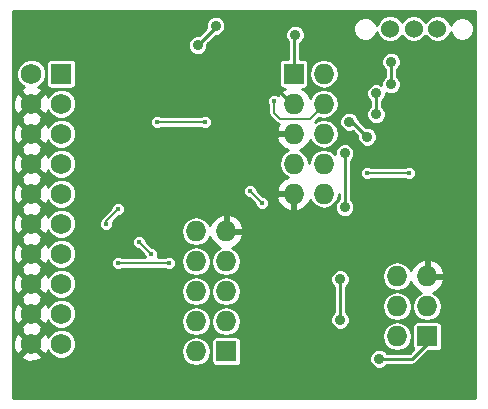
<source format=gbl>
G04 #@! TF.FileFunction,Copper,L2,Bot,Signal*
%FSLAX46Y46*%
G04 Gerber Fmt 4.6, Leading zero omitted, Abs format (unit mm)*
G04 Created by KiCad (PCBNEW 4.0.2-stable) date 4/28/2016 10:57:31 AM*
%MOMM*%
G01*
G04 APERTURE LIST*
%ADD10C,0.150000*%
%ADD11R,1.750000X1.750000*%
%ADD12C,1.750000*%
%ADD13R,1.727200X1.727200*%
%ADD14O,1.727200X1.727200*%
%ADD15C,1.524000*%
%ADD16C,0.434000*%
%ADD17C,0.889000*%
%ADD18C,0.203200*%
%ADD19C,0.254000*%
G04 APERTURE END LIST*
D10*
D11*
X120650000Y-95250000D03*
D12*
X118110000Y-95250000D03*
X120650000Y-97790000D03*
X118110000Y-97790000D03*
X120650000Y-100330000D03*
X118110000Y-100330000D03*
X120650000Y-102870000D03*
X118110000Y-102870000D03*
X120650000Y-105410000D03*
X118110000Y-105410000D03*
X120650000Y-107950000D03*
X118110000Y-107950000D03*
X120650000Y-110490000D03*
X118110000Y-110490000D03*
X120650000Y-113030000D03*
X118110000Y-113030000D03*
X120650000Y-115570000D03*
X118110000Y-115570000D03*
X120650000Y-118110000D03*
X118110000Y-118110000D03*
D13*
X140335000Y-95250000D03*
D14*
X142875000Y-95250000D03*
X140335000Y-97790000D03*
X142875000Y-97790000D03*
X140335000Y-100330000D03*
X142875000Y-100330000D03*
X140335000Y-102870000D03*
X142875000Y-102870000D03*
X140335000Y-105410000D03*
X142875000Y-105410000D03*
D13*
X134620000Y-118745000D03*
D14*
X132080000Y-118745000D03*
X134620000Y-116205000D03*
X132080000Y-116205000D03*
X134620000Y-113665000D03*
X132080000Y-113665000D03*
X134620000Y-111125000D03*
X132080000Y-111125000D03*
X134620000Y-108585000D03*
X132080000Y-108585000D03*
D13*
X151638000Y-117475000D03*
D14*
X149098000Y-117475000D03*
X151638000Y-114935000D03*
X149098000Y-114935000D03*
X151638000Y-112395000D03*
X149098000Y-112395000D03*
D15*
X152495000Y-91440000D03*
X150495000Y-91440000D03*
X148495000Y-91440000D03*
D16*
X137668000Y-106172000D03*
X136652000Y-105156000D03*
X124460000Y-107950000D03*
X125476000Y-106680000D03*
X129794000Y-111252000D03*
X125476000Y-111252000D03*
X138684000Y-97536000D03*
X127254000Y-109474000D03*
X128270000Y-110490000D03*
X128778000Y-99314000D03*
X132842000Y-99314000D03*
X146558000Y-103632000D03*
X150114000Y-103632000D03*
D17*
X147574000Y-119380000D03*
X133731000Y-91186000D03*
X132207000Y-92837000D03*
X144653000Y-101981000D03*
X144653000Y-106553000D03*
X144272000Y-112649000D03*
X144272000Y-116078000D03*
X146558000Y-100584000D03*
X145034000Y-99314000D03*
X147320000Y-98679000D03*
X147320000Y-96901000D03*
X148590000Y-94234000D03*
X148590000Y-96139000D03*
X140462000Y-91948000D03*
X148336000Y-107442000D03*
X146558000Y-102362000D03*
X127000000Y-114046000D03*
X121920000Y-119634000D03*
X123952000Y-115570000D03*
X128270000Y-98044000D03*
D18*
X136652000Y-105156000D02*
X137668000Y-106172000D01*
X124460000Y-107696000D02*
X124460000Y-107950000D01*
X125476000Y-106680000D02*
X124460000Y-107696000D01*
X129794000Y-111252000D02*
X125476000Y-111252000D01*
X138684000Y-98552000D02*
X138684000Y-97536000D01*
X139192000Y-99060000D02*
X138684000Y-98552000D01*
X141732000Y-99060000D02*
X139192000Y-99060000D01*
X141732000Y-99060000D02*
X142875000Y-97917000D01*
X142875000Y-97790000D02*
X142875000Y-97917000D01*
X128270000Y-110490000D02*
X127254000Y-109474000D01*
X132842000Y-99314000D02*
X128778000Y-99314000D01*
X150114000Y-103632000D02*
X146558000Y-103632000D01*
D19*
X151638000Y-117475000D02*
X151638000Y-118110000D01*
X151638000Y-118110000D02*
X150368000Y-119380000D01*
X150368000Y-119380000D02*
X147574000Y-119380000D01*
X133731000Y-91313000D02*
X133731000Y-91186000D01*
X132207000Y-92837000D02*
X133731000Y-91313000D01*
X144653000Y-106553000D02*
X144653000Y-101981000D01*
X144272000Y-116078000D02*
X144272000Y-112649000D01*
X146558000Y-100584000D02*
X145288000Y-99314000D01*
X145288000Y-99314000D02*
X145034000Y-99314000D01*
X147320000Y-98679000D02*
X147320000Y-96901000D01*
X148590000Y-96139000D02*
X148590000Y-94234000D01*
X140335000Y-95250000D02*
X140335000Y-92075000D01*
X140335000Y-92075000D02*
X140462000Y-91948000D01*
X140335000Y-97790000D02*
X140208000Y-97790000D01*
X140208000Y-97790000D02*
X139192000Y-96774000D01*
G36*
X155702000Y-122682000D02*
X116586000Y-122682000D01*
X116586000Y-119172060D01*
X117227545Y-119172060D01*
X117310884Y-119425953D01*
X117875306Y-119631590D01*
X118475458Y-119605579D01*
X118909116Y-119425953D01*
X118992455Y-119172060D01*
X118110000Y-118289605D01*
X117227545Y-119172060D01*
X116586000Y-119172060D01*
X116586000Y-117875306D01*
X116588410Y-117875306D01*
X116614421Y-118475458D01*
X116794047Y-118909116D01*
X117047940Y-118992455D01*
X117930395Y-118110000D01*
X118289605Y-118110000D01*
X119172060Y-118992455D01*
X119425953Y-118909116D01*
X119514397Y-118666359D01*
X119579505Y-118823932D01*
X119934201Y-119179248D01*
X120397871Y-119371780D01*
X120899926Y-119372219D01*
X121363932Y-119180495D01*
X121719248Y-118825799D01*
X121752798Y-118745000D01*
X130804899Y-118745000D01*
X130900095Y-119223584D01*
X131171191Y-119629308D01*
X131576915Y-119900404D01*
X132055499Y-119995600D01*
X132104501Y-119995600D01*
X132583085Y-119900404D01*
X132988809Y-119629308D01*
X133259905Y-119223584D01*
X133355101Y-118745000D01*
X133259905Y-118266416D01*
X133002646Y-117881400D01*
X133361819Y-117881400D01*
X133361819Y-119608600D01*
X133388804Y-119752013D01*
X133473561Y-119883730D01*
X133602886Y-119972094D01*
X133756400Y-120003181D01*
X135483600Y-120003181D01*
X135627013Y-119976196D01*
X135758730Y-119891439D01*
X135847094Y-119762114D01*
X135878181Y-119608600D01*
X135878181Y-119544670D01*
X146742356Y-119544670D01*
X146868678Y-119850392D01*
X147102378Y-120084500D01*
X147407879Y-120211355D01*
X147738670Y-120211644D01*
X148044392Y-120085322D01*
X148236048Y-119894000D01*
X150368000Y-119894000D01*
X150564699Y-119854874D01*
X150731453Y-119743453D01*
X151741725Y-118733181D01*
X152501600Y-118733181D01*
X152645013Y-118706196D01*
X152776730Y-118621439D01*
X152865094Y-118492114D01*
X152896181Y-118338600D01*
X152896181Y-116611400D01*
X152869196Y-116467987D01*
X152784439Y-116336270D01*
X152655114Y-116247906D01*
X152501600Y-116216819D01*
X150774400Y-116216819D01*
X150630987Y-116243804D01*
X150499270Y-116328561D01*
X150410906Y-116457886D01*
X150379819Y-116611400D01*
X150379819Y-118338600D01*
X150406804Y-118482013D01*
X150458595Y-118562499D01*
X150155094Y-118866000D01*
X148235790Y-118866000D01*
X148045622Y-118675500D01*
X147740121Y-118548645D01*
X147409330Y-118548356D01*
X147103608Y-118674678D01*
X146869500Y-118908378D01*
X146742645Y-119213879D01*
X146742356Y-119544670D01*
X135878181Y-119544670D01*
X135878181Y-117881400D01*
X135851196Y-117737987D01*
X135766439Y-117606270D01*
X135637114Y-117517906D01*
X135483600Y-117486819D01*
X133756400Y-117486819D01*
X133612987Y-117513804D01*
X133481270Y-117598561D01*
X133392906Y-117727886D01*
X133361819Y-117881400D01*
X133002646Y-117881400D01*
X132988809Y-117860692D01*
X132583085Y-117589596D01*
X132104501Y-117494400D01*
X132055499Y-117494400D01*
X131576915Y-117589596D01*
X131171191Y-117860692D01*
X130900095Y-118266416D01*
X130804899Y-118745000D01*
X121752798Y-118745000D01*
X121911780Y-118362129D01*
X121912219Y-117860074D01*
X121753110Y-117475000D01*
X147822899Y-117475000D01*
X147918095Y-117953584D01*
X148189191Y-118359308D01*
X148594915Y-118630404D01*
X149073499Y-118725600D01*
X149122501Y-118725600D01*
X149601085Y-118630404D01*
X150006809Y-118359308D01*
X150277905Y-117953584D01*
X150373101Y-117475000D01*
X150277905Y-116996416D01*
X150006809Y-116590692D01*
X149601085Y-116319596D01*
X149122501Y-116224400D01*
X149073499Y-116224400D01*
X148594915Y-116319596D01*
X148189191Y-116590692D01*
X147918095Y-116996416D01*
X147822899Y-117475000D01*
X121753110Y-117475000D01*
X121720495Y-117396068D01*
X121365799Y-117040752D01*
X120902129Y-116848220D01*
X120400074Y-116847781D01*
X119936068Y-117039505D01*
X119580752Y-117394201D01*
X119520534Y-117539223D01*
X119425953Y-117310884D01*
X119172060Y-117227545D01*
X118289605Y-118110000D01*
X117930395Y-118110000D01*
X117047940Y-117227545D01*
X116794047Y-117310884D01*
X116588410Y-117875306D01*
X116586000Y-117875306D01*
X116586000Y-116632060D01*
X117227545Y-116632060D01*
X117295800Y-116840000D01*
X117227545Y-117047940D01*
X118110000Y-117930395D01*
X118992455Y-117047940D01*
X118924200Y-116840000D01*
X118992455Y-116632060D01*
X118110000Y-115749605D01*
X117227545Y-116632060D01*
X116586000Y-116632060D01*
X116586000Y-115335306D01*
X116588410Y-115335306D01*
X116614421Y-115935458D01*
X116794047Y-116369116D01*
X117047940Y-116452455D01*
X117930395Y-115570000D01*
X118289605Y-115570000D01*
X119172060Y-116452455D01*
X119425953Y-116369116D01*
X119514397Y-116126359D01*
X119579505Y-116283932D01*
X119934201Y-116639248D01*
X120397871Y-116831780D01*
X120899926Y-116832219D01*
X121363932Y-116640495D01*
X121719248Y-116285799D01*
X121752798Y-116205000D01*
X130804899Y-116205000D01*
X130900095Y-116683584D01*
X131171191Y-117089308D01*
X131576915Y-117360404D01*
X132055499Y-117455600D01*
X132104501Y-117455600D01*
X132583085Y-117360404D01*
X132988809Y-117089308D01*
X133259905Y-116683584D01*
X133350000Y-116230645D01*
X133440095Y-116683584D01*
X133711191Y-117089308D01*
X134116915Y-117360404D01*
X134595499Y-117455600D01*
X134644501Y-117455600D01*
X135123085Y-117360404D01*
X135528809Y-117089308D01*
X135799905Y-116683584D01*
X135895101Y-116205000D01*
X135799905Y-115726416D01*
X135528809Y-115320692D01*
X135123085Y-115049596D01*
X134644501Y-114954400D01*
X134595499Y-114954400D01*
X134116915Y-115049596D01*
X133711191Y-115320692D01*
X133440095Y-115726416D01*
X133350000Y-116179355D01*
X133259905Y-115726416D01*
X132988809Y-115320692D01*
X132583085Y-115049596D01*
X132104501Y-114954400D01*
X132055499Y-114954400D01*
X131576915Y-115049596D01*
X131171191Y-115320692D01*
X130900095Y-115726416D01*
X130804899Y-116205000D01*
X121752798Y-116205000D01*
X121911780Y-115822129D01*
X121912219Y-115320074D01*
X121720495Y-114856068D01*
X121365799Y-114500752D01*
X120902129Y-114308220D01*
X120400074Y-114307781D01*
X119936068Y-114499505D01*
X119580752Y-114854201D01*
X119520534Y-114999223D01*
X119425953Y-114770884D01*
X119172060Y-114687545D01*
X118289605Y-115570000D01*
X117930395Y-115570000D01*
X117047940Y-114687545D01*
X116794047Y-114770884D01*
X116588410Y-115335306D01*
X116586000Y-115335306D01*
X116586000Y-114092060D01*
X117227545Y-114092060D01*
X117295800Y-114300000D01*
X117227545Y-114507940D01*
X118110000Y-115390395D01*
X118992455Y-114507940D01*
X118924200Y-114300000D01*
X118992455Y-114092060D01*
X118110000Y-113209605D01*
X117227545Y-114092060D01*
X116586000Y-114092060D01*
X116586000Y-112795306D01*
X116588410Y-112795306D01*
X116614421Y-113395458D01*
X116794047Y-113829116D01*
X117047940Y-113912455D01*
X117930395Y-113030000D01*
X118289605Y-113030000D01*
X119172060Y-113912455D01*
X119425953Y-113829116D01*
X119514397Y-113586359D01*
X119579505Y-113743932D01*
X119934201Y-114099248D01*
X120397871Y-114291780D01*
X120899926Y-114292219D01*
X121363932Y-114100495D01*
X121719248Y-113745799D01*
X121752798Y-113665000D01*
X130804899Y-113665000D01*
X130900095Y-114143584D01*
X131171191Y-114549308D01*
X131576915Y-114820404D01*
X132055499Y-114915600D01*
X132104501Y-114915600D01*
X132583085Y-114820404D01*
X132988809Y-114549308D01*
X133259905Y-114143584D01*
X133350000Y-113690645D01*
X133440095Y-114143584D01*
X133711191Y-114549308D01*
X134116915Y-114820404D01*
X134595499Y-114915600D01*
X134644501Y-114915600D01*
X135123085Y-114820404D01*
X135528809Y-114549308D01*
X135799905Y-114143584D01*
X135895101Y-113665000D01*
X135799905Y-113186416D01*
X135550845Y-112813670D01*
X143440356Y-112813670D01*
X143566678Y-113119392D01*
X143758000Y-113311048D01*
X143758000Y-115416210D01*
X143567500Y-115606378D01*
X143440645Y-115911879D01*
X143440356Y-116242670D01*
X143566678Y-116548392D01*
X143800378Y-116782500D01*
X144105879Y-116909355D01*
X144436670Y-116909644D01*
X144742392Y-116783322D01*
X144976500Y-116549622D01*
X145103355Y-116244121D01*
X145103644Y-115913330D01*
X144977322Y-115607608D01*
X144786000Y-115415952D01*
X144786000Y-113310790D01*
X144976500Y-113120622D01*
X145103355Y-112815121D01*
X145103644Y-112484330D01*
X145066734Y-112395000D01*
X147822899Y-112395000D01*
X147918095Y-112873584D01*
X148189191Y-113279308D01*
X148594915Y-113550404D01*
X149073499Y-113645600D01*
X149122501Y-113645600D01*
X149601085Y-113550404D01*
X150006809Y-113279308D01*
X150249913Y-112915477D01*
X150355312Y-113169947D01*
X150749510Y-113601821D01*
X151132403Y-113781274D01*
X150729191Y-114050692D01*
X150458095Y-114456416D01*
X150368000Y-114909355D01*
X150277905Y-114456416D01*
X150006809Y-114050692D01*
X149601085Y-113779596D01*
X149122501Y-113684400D01*
X149073499Y-113684400D01*
X148594915Y-113779596D01*
X148189191Y-114050692D01*
X147918095Y-114456416D01*
X147822899Y-114935000D01*
X147918095Y-115413584D01*
X148189191Y-115819308D01*
X148594915Y-116090404D01*
X149073499Y-116185600D01*
X149122501Y-116185600D01*
X149601085Y-116090404D01*
X150006809Y-115819308D01*
X150277905Y-115413584D01*
X150368000Y-114960645D01*
X150458095Y-115413584D01*
X150729191Y-115819308D01*
X151134915Y-116090404D01*
X151613499Y-116185600D01*
X151662501Y-116185600D01*
X152141085Y-116090404D01*
X152546809Y-115819308D01*
X152817905Y-115413584D01*
X152913101Y-114935000D01*
X152817905Y-114456416D01*
X152546809Y-114050692D01*
X152143597Y-113781274D01*
X152526490Y-113601821D01*
X152920688Y-113169947D01*
X153092958Y-112754026D01*
X152971817Y-112522000D01*
X151765000Y-112522000D01*
X151765000Y-112542000D01*
X151511000Y-112542000D01*
X151511000Y-112522000D01*
X151491000Y-112522000D01*
X151491000Y-112268000D01*
X151511000Y-112268000D01*
X151511000Y-111060531D01*
X151765000Y-111060531D01*
X151765000Y-112268000D01*
X152971817Y-112268000D01*
X153092958Y-112035974D01*
X152920688Y-111620053D01*
X152526490Y-111188179D01*
X151997027Y-110940032D01*
X151765000Y-111060531D01*
X151511000Y-111060531D01*
X151278973Y-110940032D01*
X150749510Y-111188179D01*
X150355312Y-111620053D01*
X150249913Y-111874523D01*
X150006809Y-111510692D01*
X149601085Y-111239596D01*
X149122501Y-111144400D01*
X149073499Y-111144400D01*
X148594915Y-111239596D01*
X148189191Y-111510692D01*
X147918095Y-111916416D01*
X147822899Y-112395000D01*
X145066734Y-112395000D01*
X144977322Y-112178608D01*
X144743622Y-111944500D01*
X144438121Y-111817645D01*
X144107330Y-111817356D01*
X143801608Y-111943678D01*
X143567500Y-112177378D01*
X143440645Y-112482879D01*
X143440356Y-112813670D01*
X135550845Y-112813670D01*
X135528809Y-112780692D01*
X135123085Y-112509596D01*
X134644501Y-112414400D01*
X134595499Y-112414400D01*
X134116915Y-112509596D01*
X133711191Y-112780692D01*
X133440095Y-113186416D01*
X133350000Y-113639355D01*
X133259905Y-113186416D01*
X132988809Y-112780692D01*
X132583085Y-112509596D01*
X132104501Y-112414400D01*
X132055499Y-112414400D01*
X131576915Y-112509596D01*
X131171191Y-112780692D01*
X130900095Y-113186416D01*
X130804899Y-113665000D01*
X121752798Y-113665000D01*
X121911780Y-113282129D01*
X121912219Y-112780074D01*
X121720495Y-112316068D01*
X121365799Y-111960752D01*
X120902129Y-111768220D01*
X120400074Y-111767781D01*
X119936068Y-111959505D01*
X119580752Y-112314201D01*
X119520534Y-112459223D01*
X119425953Y-112230884D01*
X119172060Y-112147545D01*
X118289605Y-113030000D01*
X117930395Y-113030000D01*
X117047940Y-112147545D01*
X116794047Y-112230884D01*
X116588410Y-112795306D01*
X116586000Y-112795306D01*
X116586000Y-111552060D01*
X117227545Y-111552060D01*
X117295800Y-111760000D01*
X117227545Y-111967940D01*
X118110000Y-112850395D01*
X118992455Y-111967940D01*
X118924200Y-111760000D01*
X118992455Y-111552060D01*
X118110000Y-110669605D01*
X117227545Y-111552060D01*
X116586000Y-111552060D01*
X116586000Y-110255306D01*
X116588410Y-110255306D01*
X116614421Y-110855458D01*
X116794047Y-111289116D01*
X117047940Y-111372455D01*
X117930395Y-110490000D01*
X118289605Y-110490000D01*
X119172060Y-111372455D01*
X119425953Y-111289116D01*
X119514397Y-111046359D01*
X119579505Y-111203932D01*
X119934201Y-111559248D01*
X120397871Y-111751780D01*
X120899926Y-111752219D01*
X121363932Y-111560495D01*
X121553141Y-111371616D01*
X124871895Y-111371616D01*
X124963655Y-111593692D01*
X125133415Y-111763748D01*
X125355330Y-111855895D01*
X125595616Y-111856105D01*
X125817692Y-111764345D01*
X125841478Y-111740600D01*
X129428307Y-111740600D01*
X129451415Y-111763748D01*
X129673330Y-111855895D01*
X129913616Y-111856105D01*
X130135692Y-111764345D01*
X130305748Y-111594585D01*
X130397895Y-111372670D01*
X130398105Y-111132384D01*
X130306345Y-110910308D01*
X130136585Y-110740252D01*
X129914670Y-110648105D01*
X129674384Y-110647895D01*
X129452308Y-110739655D01*
X129428522Y-110763400D01*
X128810476Y-110763400D01*
X128873895Y-110610670D01*
X128874105Y-110370384D01*
X128782345Y-110148308D01*
X128612585Y-109978252D01*
X128390670Y-109886105D01*
X128357060Y-109886076D01*
X127858076Y-109387092D01*
X127858105Y-109354384D01*
X127766345Y-109132308D01*
X127596585Y-108962252D01*
X127374670Y-108870105D01*
X127134384Y-108869895D01*
X126912308Y-108961655D01*
X126742252Y-109131415D01*
X126650105Y-109353330D01*
X126649895Y-109593616D01*
X126741655Y-109815692D01*
X126911415Y-109985748D01*
X127133330Y-110077895D01*
X127166940Y-110077924D01*
X127665924Y-110576908D01*
X127665895Y-110609616D01*
X127729437Y-110763400D01*
X125841693Y-110763400D01*
X125818585Y-110740252D01*
X125596670Y-110648105D01*
X125356384Y-110647895D01*
X125134308Y-110739655D01*
X124964252Y-110909415D01*
X124872105Y-111131330D01*
X124871895Y-111371616D01*
X121553141Y-111371616D01*
X121719248Y-111205799D01*
X121911780Y-110742129D01*
X121912219Y-110240074D01*
X121720495Y-109776068D01*
X121365799Y-109420752D01*
X120902129Y-109228220D01*
X120400074Y-109227781D01*
X119936068Y-109419505D01*
X119580752Y-109774201D01*
X119520534Y-109919223D01*
X119425953Y-109690884D01*
X119172060Y-109607545D01*
X118289605Y-110490000D01*
X117930395Y-110490000D01*
X117047940Y-109607545D01*
X116794047Y-109690884D01*
X116588410Y-110255306D01*
X116586000Y-110255306D01*
X116586000Y-109012060D01*
X117227545Y-109012060D01*
X117295800Y-109220000D01*
X117227545Y-109427940D01*
X118110000Y-110310395D01*
X118992455Y-109427940D01*
X118924200Y-109220000D01*
X118992455Y-109012060D01*
X118110000Y-108129605D01*
X117227545Y-109012060D01*
X116586000Y-109012060D01*
X116586000Y-107715306D01*
X116588410Y-107715306D01*
X116614421Y-108315458D01*
X116794047Y-108749116D01*
X117047940Y-108832455D01*
X117930395Y-107950000D01*
X118289605Y-107950000D01*
X119172060Y-108832455D01*
X119425953Y-108749116D01*
X119514397Y-108506359D01*
X119579505Y-108663932D01*
X119934201Y-109019248D01*
X120397871Y-109211780D01*
X120899926Y-109212219D01*
X121363932Y-109020495D01*
X121719248Y-108665799D01*
X121752798Y-108585000D01*
X130804899Y-108585000D01*
X130900095Y-109063584D01*
X131171191Y-109469308D01*
X131576915Y-109740404D01*
X132055499Y-109835600D01*
X132104501Y-109835600D01*
X132583085Y-109740404D01*
X132988809Y-109469308D01*
X133231913Y-109105477D01*
X133337312Y-109359947D01*
X133731510Y-109791821D01*
X134114403Y-109971274D01*
X133711191Y-110240692D01*
X133440095Y-110646416D01*
X133350000Y-111099355D01*
X133259905Y-110646416D01*
X132988809Y-110240692D01*
X132583085Y-109969596D01*
X132104501Y-109874400D01*
X132055499Y-109874400D01*
X131576915Y-109969596D01*
X131171191Y-110240692D01*
X130900095Y-110646416D01*
X130804899Y-111125000D01*
X130900095Y-111603584D01*
X131171191Y-112009308D01*
X131576915Y-112280404D01*
X132055499Y-112375600D01*
X132104501Y-112375600D01*
X132583085Y-112280404D01*
X132988809Y-112009308D01*
X133259905Y-111603584D01*
X133350000Y-111150645D01*
X133440095Y-111603584D01*
X133711191Y-112009308D01*
X134116915Y-112280404D01*
X134595499Y-112375600D01*
X134644501Y-112375600D01*
X135123085Y-112280404D01*
X135528809Y-112009308D01*
X135799905Y-111603584D01*
X135895101Y-111125000D01*
X135799905Y-110646416D01*
X135528809Y-110240692D01*
X135125597Y-109971274D01*
X135508490Y-109791821D01*
X135902688Y-109359947D01*
X136074958Y-108944026D01*
X135953817Y-108712000D01*
X134747000Y-108712000D01*
X134747000Y-108732000D01*
X134493000Y-108732000D01*
X134493000Y-108712000D01*
X134473000Y-108712000D01*
X134473000Y-108458000D01*
X134493000Y-108458000D01*
X134493000Y-107250531D01*
X134747000Y-107250531D01*
X134747000Y-108458000D01*
X135953817Y-108458000D01*
X136074958Y-108225974D01*
X135902688Y-107810053D01*
X135508490Y-107378179D01*
X134979027Y-107130032D01*
X134747000Y-107250531D01*
X134493000Y-107250531D01*
X134260973Y-107130032D01*
X133731510Y-107378179D01*
X133337312Y-107810053D01*
X133231913Y-108064523D01*
X132988809Y-107700692D01*
X132583085Y-107429596D01*
X132104501Y-107334400D01*
X132055499Y-107334400D01*
X131576915Y-107429596D01*
X131171191Y-107700692D01*
X130900095Y-108106416D01*
X130804899Y-108585000D01*
X121752798Y-108585000D01*
X121911780Y-108202129D01*
X121911895Y-108069616D01*
X123855895Y-108069616D01*
X123947655Y-108291692D01*
X124117415Y-108461748D01*
X124339330Y-108553895D01*
X124579616Y-108554105D01*
X124801692Y-108462345D01*
X124971748Y-108292585D01*
X125063895Y-108070670D01*
X125064105Y-107830384D01*
X125050215Y-107796769D01*
X125562908Y-107284076D01*
X125595616Y-107284105D01*
X125817692Y-107192345D01*
X125987748Y-107022585D01*
X126079895Y-106800670D01*
X126080105Y-106560384D01*
X125988345Y-106338308D01*
X125818585Y-106168252D01*
X125596670Y-106076105D01*
X125356384Y-106075895D01*
X125134308Y-106167655D01*
X124964252Y-106337415D01*
X124872105Y-106559330D01*
X124872076Y-106592940D01*
X124114508Y-107350508D01*
X124008592Y-107509020D01*
X124008592Y-107509021D01*
X123999121Y-107556634D01*
X123948252Y-107607415D01*
X123856105Y-107829330D01*
X123855895Y-108069616D01*
X121911895Y-108069616D01*
X121912219Y-107700074D01*
X121720495Y-107236068D01*
X121365799Y-106880752D01*
X120902129Y-106688220D01*
X120400074Y-106687781D01*
X119936068Y-106879505D01*
X119580752Y-107234201D01*
X119520534Y-107379223D01*
X119425953Y-107150884D01*
X119172060Y-107067545D01*
X118289605Y-107950000D01*
X117930395Y-107950000D01*
X117047940Y-107067545D01*
X116794047Y-107150884D01*
X116588410Y-107715306D01*
X116586000Y-107715306D01*
X116586000Y-106472060D01*
X117227545Y-106472060D01*
X117295800Y-106680000D01*
X117227545Y-106887940D01*
X118110000Y-107770395D01*
X118992455Y-106887940D01*
X118924200Y-106680000D01*
X118992455Y-106472060D01*
X118110000Y-105589605D01*
X117227545Y-106472060D01*
X116586000Y-106472060D01*
X116586000Y-105175306D01*
X116588410Y-105175306D01*
X116614421Y-105775458D01*
X116794047Y-106209116D01*
X117047940Y-106292455D01*
X117930395Y-105410000D01*
X118289605Y-105410000D01*
X119172060Y-106292455D01*
X119425953Y-106209116D01*
X119514397Y-105966359D01*
X119579505Y-106123932D01*
X119934201Y-106479248D01*
X120397871Y-106671780D01*
X120899926Y-106672219D01*
X121363932Y-106480495D01*
X121719248Y-106125799D01*
X121911780Y-105662129D01*
X121912117Y-105275616D01*
X136047895Y-105275616D01*
X136139655Y-105497692D01*
X136309415Y-105667748D01*
X136531330Y-105759895D01*
X136564940Y-105759924D01*
X137063924Y-106258908D01*
X137063895Y-106291616D01*
X137155655Y-106513692D01*
X137325415Y-106683748D01*
X137547330Y-106775895D01*
X137787616Y-106776105D01*
X138009692Y-106684345D01*
X138179748Y-106514585D01*
X138271895Y-106292670D01*
X138272105Y-106052384D01*
X138180345Y-105830308D01*
X138119170Y-105769026D01*
X138880042Y-105769026D01*
X139052312Y-106184947D01*
X139446510Y-106616821D01*
X139975973Y-106864968D01*
X140208000Y-106744469D01*
X140208000Y-105537000D01*
X139001183Y-105537000D01*
X138880042Y-105769026D01*
X138119170Y-105769026D01*
X138010585Y-105660252D01*
X137788670Y-105568105D01*
X137755060Y-105568076D01*
X137256076Y-105069092D01*
X137256105Y-105036384D01*
X137164345Y-104814308D01*
X136994585Y-104644252D01*
X136772670Y-104552105D01*
X136532384Y-104551895D01*
X136310308Y-104643655D01*
X136140252Y-104813415D01*
X136048105Y-105035330D01*
X136047895Y-105275616D01*
X121912117Y-105275616D01*
X121912219Y-105160074D01*
X121720495Y-104696068D01*
X121365799Y-104340752D01*
X120902129Y-104148220D01*
X120400074Y-104147781D01*
X119936068Y-104339505D01*
X119580752Y-104694201D01*
X119520534Y-104839223D01*
X119425953Y-104610884D01*
X119172060Y-104527545D01*
X118289605Y-105410000D01*
X117930395Y-105410000D01*
X117047940Y-104527545D01*
X116794047Y-104610884D01*
X116588410Y-105175306D01*
X116586000Y-105175306D01*
X116586000Y-103932060D01*
X117227545Y-103932060D01*
X117295800Y-104140000D01*
X117227545Y-104347940D01*
X118110000Y-105230395D01*
X118992455Y-104347940D01*
X118924200Y-104140000D01*
X118992455Y-103932060D01*
X118110000Y-103049605D01*
X117227545Y-103932060D01*
X116586000Y-103932060D01*
X116586000Y-102635306D01*
X116588410Y-102635306D01*
X116614421Y-103235458D01*
X116794047Y-103669116D01*
X117047940Y-103752455D01*
X117930395Y-102870000D01*
X118289605Y-102870000D01*
X119172060Y-103752455D01*
X119425953Y-103669116D01*
X119514397Y-103426359D01*
X119579505Y-103583932D01*
X119934201Y-103939248D01*
X120397871Y-104131780D01*
X120899926Y-104132219D01*
X121363932Y-103940495D01*
X121719248Y-103585799D01*
X121911780Y-103122129D01*
X121912219Y-102620074D01*
X121720495Y-102156068D01*
X121365799Y-101800752D01*
X120902129Y-101608220D01*
X120400074Y-101607781D01*
X119936068Y-101799505D01*
X119580752Y-102154201D01*
X119520534Y-102299223D01*
X119425953Y-102070884D01*
X119172060Y-101987545D01*
X118289605Y-102870000D01*
X117930395Y-102870000D01*
X117047940Y-101987545D01*
X116794047Y-102070884D01*
X116588410Y-102635306D01*
X116586000Y-102635306D01*
X116586000Y-101392060D01*
X117227545Y-101392060D01*
X117295800Y-101600000D01*
X117227545Y-101807940D01*
X118110000Y-102690395D01*
X118992455Y-101807940D01*
X118924200Y-101600000D01*
X118992455Y-101392060D01*
X118110000Y-100509605D01*
X117227545Y-101392060D01*
X116586000Y-101392060D01*
X116586000Y-100095306D01*
X116588410Y-100095306D01*
X116614421Y-100695458D01*
X116794047Y-101129116D01*
X117047940Y-101212455D01*
X117930395Y-100330000D01*
X118289605Y-100330000D01*
X119172060Y-101212455D01*
X119425953Y-101129116D01*
X119514397Y-100886359D01*
X119579505Y-101043932D01*
X119934201Y-101399248D01*
X120397871Y-101591780D01*
X120899926Y-101592219D01*
X121363932Y-101400495D01*
X121719248Y-101045799D01*
X121911780Y-100582129D01*
X121912219Y-100080074D01*
X121720495Y-99616068D01*
X121538362Y-99433616D01*
X128173895Y-99433616D01*
X128265655Y-99655692D01*
X128435415Y-99825748D01*
X128657330Y-99917895D01*
X128897616Y-99918105D01*
X129119692Y-99826345D01*
X129143478Y-99802600D01*
X132476307Y-99802600D01*
X132499415Y-99825748D01*
X132721330Y-99917895D01*
X132961616Y-99918105D01*
X133183692Y-99826345D01*
X133353748Y-99656585D01*
X133445895Y-99434670D01*
X133446105Y-99194384D01*
X133354345Y-98972308D01*
X133184585Y-98802252D01*
X132962670Y-98710105D01*
X132722384Y-98709895D01*
X132500308Y-98801655D01*
X132476522Y-98825400D01*
X129143693Y-98825400D01*
X129120585Y-98802252D01*
X128898670Y-98710105D01*
X128658384Y-98709895D01*
X128436308Y-98801655D01*
X128266252Y-98971415D01*
X128174105Y-99193330D01*
X128173895Y-99433616D01*
X121538362Y-99433616D01*
X121365799Y-99260752D01*
X120902129Y-99068220D01*
X120400074Y-99067781D01*
X119936068Y-99259505D01*
X119580752Y-99614201D01*
X119520534Y-99759223D01*
X119425953Y-99530884D01*
X119172060Y-99447545D01*
X118289605Y-100330000D01*
X117930395Y-100330000D01*
X117047940Y-99447545D01*
X116794047Y-99530884D01*
X116588410Y-100095306D01*
X116586000Y-100095306D01*
X116586000Y-98852060D01*
X117227545Y-98852060D01*
X117295800Y-99060000D01*
X117227545Y-99267940D01*
X118110000Y-100150395D01*
X118992455Y-99267940D01*
X118924200Y-99060000D01*
X118992455Y-98852060D01*
X118110000Y-97969605D01*
X117227545Y-98852060D01*
X116586000Y-98852060D01*
X116586000Y-97555306D01*
X116588410Y-97555306D01*
X116614421Y-98155458D01*
X116794047Y-98589116D01*
X117047940Y-98672455D01*
X117930395Y-97790000D01*
X118289605Y-97790000D01*
X119172060Y-98672455D01*
X119425953Y-98589116D01*
X119514397Y-98346359D01*
X119579505Y-98503932D01*
X119934201Y-98859248D01*
X120397871Y-99051780D01*
X120899926Y-99052219D01*
X121363932Y-98860495D01*
X121719248Y-98505799D01*
X121911780Y-98042129D01*
X121912117Y-97655616D01*
X138079895Y-97655616D01*
X138171655Y-97877692D01*
X138195400Y-97901478D01*
X138195400Y-98552000D01*
X138220662Y-98679000D01*
X138232592Y-98738980D01*
X138338508Y-98897492D01*
X138846507Y-99405492D01*
X138906671Y-99445692D01*
X139005021Y-99511408D01*
X139078761Y-99526076D01*
X139052312Y-99555053D01*
X138880042Y-99970974D01*
X139001183Y-100203000D01*
X140208000Y-100203000D01*
X140208000Y-100183000D01*
X140462000Y-100183000D01*
X140462000Y-100203000D01*
X140482000Y-100203000D01*
X140482000Y-100457000D01*
X140462000Y-100457000D01*
X140462000Y-100477000D01*
X140208000Y-100477000D01*
X140208000Y-100457000D01*
X139001183Y-100457000D01*
X138880042Y-100689026D01*
X139052312Y-101104947D01*
X139446510Y-101536821D01*
X139829403Y-101716274D01*
X139426191Y-101985692D01*
X139155095Y-102391416D01*
X139059899Y-102870000D01*
X139155095Y-103348584D01*
X139426191Y-103754308D01*
X139829403Y-104023726D01*
X139446510Y-104203179D01*
X139052312Y-104635053D01*
X138880042Y-105050974D01*
X139001183Y-105283000D01*
X140208000Y-105283000D01*
X140208000Y-105263000D01*
X140462000Y-105263000D01*
X140462000Y-105283000D01*
X140482000Y-105283000D01*
X140482000Y-105537000D01*
X140462000Y-105537000D01*
X140462000Y-106744469D01*
X140694027Y-106864968D01*
X141223490Y-106616821D01*
X141617688Y-106184947D01*
X141723087Y-105930477D01*
X141966191Y-106294308D01*
X142371915Y-106565404D01*
X142850499Y-106660600D01*
X142899501Y-106660600D01*
X143378085Y-106565404D01*
X143783809Y-106294308D01*
X144054905Y-105888584D01*
X144139000Y-105465809D01*
X144139000Y-105891210D01*
X143948500Y-106081378D01*
X143821645Y-106386879D01*
X143821356Y-106717670D01*
X143947678Y-107023392D01*
X144181378Y-107257500D01*
X144486879Y-107384355D01*
X144817670Y-107384644D01*
X145123392Y-107258322D01*
X145357500Y-107024622D01*
X145484355Y-106719121D01*
X145484644Y-106388330D01*
X145358322Y-106082608D01*
X145167000Y-105890952D01*
X145167000Y-103751616D01*
X145953895Y-103751616D01*
X146045655Y-103973692D01*
X146215415Y-104143748D01*
X146437330Y-104235895D01*
X146677616Y-104236105D01*
X146899692Y-104144345D01*
X146923478Y-104120600D01*
X149748307Y-104120600D01*
X149771415Y-104143748D01*
X149993330Y-104235895D01*
X150233616Y-104236105D01*
X150455692Y-104144345D01*
X150625748Y-103974585D01*
X150717895Y-103752670D01*
X150718105Y-103512384D01*
X150626345Y-103290308D01*
X150456585Y-103120252D01*
X150234670Y-103028105D01*
X149994384Y-103027895D01*
X149772308Y-103119655D01*
X149748522Y-103143400D01*
X146923693Y-103143400D01*
X146900585Y-103120252D01*
X146678670Y-103028105D01*
X146438384Y-103027895D01*
X146216308Y-103119655D01*
X146046252Y-103289415D01*
X145954105Y-103511330D01*
X145953895Y-103751616D01*
X145167000Y-103751616D01*
X145167000Y-102642790D01*
X145357500Y-102452622D01*
X145484355Y-102147121D01*
X145484644Y-101816330D01*
X145358322Y-101510608D01*
X145124622Y-101276500D01*
X144819121Y-101149645D01*
X144488330Y-101149356D01*
X144182608Y-101275678D01*
X143948500Y-101509378D01*
X143821645Y-101814879D01*
X143821447Y-102042021D01*
X143783809Y-101985692D01*
X143378085Y-101714596D01*
X142899501Y-101619400D01*
X142850499Y-101619400D01*
X142371915Y-101714596D01*
X141966191Y-101985692D01*
X141695095Y-102391416D01*
X141605000Y-102844355D01*
X141514905Y-102391416D01*
X141243809Y-101985692D01*
X140840597Y-101716274D01*
X141223490Y-101536821D01*
X141617688Y-101104947D01*
X141723087Y-100850477D01*
X141966191Y-101214308D01*
X142371915Y-101485404D01*
X142850499Y-101580600D01*
X142899501Y-101580600D01*
X143378085Y-101485404D01*
X143783809Y-101214308D01*
X144054905Y-100808584D01*
X144150101Y-100330000D01*
X144054905Y-99851416D01*
X143805845Y-99478670D01*
X144202356Y-99478670D01*
X144328678Y-99784392D01*
X144562378Y-100018500D01*
X144867879Y-100145355D01*
X145198670Y-100145644D01*
X145335996Y-100088902D01*
X145726591Y-100479497D01*
X145726356Y-100748670D01*
X145852678Y-101054392D01*
X146086378Y-101288500D01*
X146391879Y-101415355D01*
X146722670Y-101415644D01*
X147028392Y-101289322D01*
X147262500Y-101055622D01*
X147389355Y-100750121D01*
X147389644Y-100419330D01*
X147263322Y-100113608D01*
X147029622Y-99879500D01*
X146724121Y-99752645D01*
X146453314Y-99752408D01*
X145865631Y-99164725D01*
X145865644Y-99149330D01*
X145739322Y-98843608D01*
X145505622Y-98609500D01*
X145200121Y-98482645D01*
X144869330Y-98482356D01*
X144563608Y-98608678D01*
X144329500Y-98842378D01*
X144202645Y-99147879D01*
X144202356Y-99478670D01*
X143805845Y-99478670D01*
X143783809Y-99445692D01*
X143378085Y-99174596D01*
X142899501Y-99079400D01*
X142850499Y-99079400D01*
X142371915Y-99174596D01*
X142180466Y-99302518D01*
X142510094Y-98972890D01*
X142850499Y-99040600D01*
X142899501Y-99040600D01*
X143378085Y-98945404D01*
X143783809Y-98674308D01*
X144054905Y-98268584D01*
X144150101Y-97790000D01*
X144054905Y-97311416D01*
X143890703Y-97065670D01*
X146488356Y-97065670D01*
X146614678Y-97371392D01*
X146806000Y-97563048D01*
X146806000Y-98017210D01*
X146615500Y-98207378D01*
X146488645Y-98512879D01*
X146488356Y-98843670D01*
X146614678Y-99149392D01*
X146848378Y-99383500D01*
X147153879Y-99510355D01*
X147484670Y-99510644D01*
X147790392Y-99384322D01*
X148024500Y-99150622D01*
X148151355Y-98845121D01*
X148151644Y-98514330D01*
X148025322Y-98208608D01*
X147834000Y-98016952D01*
X147834000Y-97562790D01*
X148024500Y-97372622D01*
X148151355Y-97067121D01*
X148151538Y-96857269D01*
X148423879Y-96970355D01*
X148754670Y-96970644D01*
X149060392Y-96844322D01*
X149294500Y-96610622D01*
X149421355Y-96305121D01*
X149421644Y-95974330D01*
X149295322Y-95668608D01*
X149104000Y-95476952D01*
X149104000Y-94895790D01*
X149294500Y-94705622D01*
X149421355Y-94400121D01*
X149421644Y-94069330D01*
X149295322Y-93763608D01*
X149061622Y-93529500D01*
X148756121Y-93402645D01*
X148425330Y-93402356D01*
X148119608Y-93528678D01*
X147885500Y-93762378D01*
X147758645Y-94067879D01*
X147758356Y-94398670D01*
X147884678Y-94704392D01*
X148076000Y-94896048D01*
X148076000Y-95477210D01*
X147885500Y-95667378D01*
X147758645Y-95972879D01*
X147758462Y-96182731D01*
X147486121Y-96069645D01*
X147155330Y-96069356D01*
X146849608Y-96195678D01*
X146615500Y-96429378D01*
X146488645Y-96734879D01*
X146488356Y-97065670D01*
X143890703Y-97065670D01*
X143783809Y-96905692D01*
X143378085Y-96634596D01*
X142899501Y-96539400D01*
X142850499Y-96539400D01*
X142371915Y-96634596D01*
X141966191Y-96905692D01*
X141723087Y-97269523D01*
X141617688Y-97015053D01*
X141223490Y-96583179D01*
X141063469Y-96508181D01*
X141198600Y-96508181D01*
X141342013Y-96481196D01*
X141473730Y-96396439D01*
X141562094Y-96267114D01*
X141593181Y-96113600D01*
X141593181Y-95250000D01*
X141599899Y-95250000D01*
X141695095Y-95728584D01*
X141966191Y-96134308D01*
X142371915Y-96405404D01*
X142850499Y-96500600D01*
X142899501Y-96500600D01*
X143378085Y-96405404D01*
X143783809Y-96134308D01*
X144054905Y-95728584D01*
X144150101Y-95250000D01*
X144054905Y-94771416D01*
X143783809Y-94365692D01*
X143378085Y-94094596D01*
X142899501Y-93999400D01*
X142850499Y-93999400D01*
X142371915Y-94094596D01*
X141966191Y-94365692D01*
X141695095Y-94771416D01*
X141599899Y-95250000D01*
X141593181Y-95250000D01*
X141593181Y-94386400D01*
X141566196Y-94242987D01*
X141481439Y-94111270D01*
X141352114Y-94022906D01*
X141198600Y-93991819D01*
X140849000Y-93991819D01*
X140849000Y-92687779D01*
X140932392Y-92653322D01*
X141166500Y-92419622D01*
X141293355Y-92114121D01*
X141293644Y-91783330D01*
X141234594Y-91640416D01*
X145382825Y-91640416D01*
X145536568Y-92012503D01*
X145821000Y-92297431D01*
X146192818Y-92451824D01*
X146595416Y-92452175D01*
X146967503Y-92298432D01*
X147252431Y-92014000D01*
X147370984Y-91728494D01*
X147520357Y-92090006D01*
X147843294Y-92413507D01*
X148265447Y-92588800D01*
X148722547Y-92589199D01*
X149145006Y-92414643D01*
X149468507Y-92091706D01*
X149494848Y-92028270D01*
X149520357Y-92090006D01*
X149843294Y-92413507D01*
X150265447Y-92588800D01*
X150722547Y-92589199D01*
X151145006Y-92414643D01*
X151468507Y-92091706D01*
X151494848Y-92028270D01*
X151520357Y-92090006D01*
X151843294Y-92413507D01*
X152265447Y-92588800D01*
X152722547Y-92589199D01*
X153145006Y-92414643D01*
X153468507Y-92091706D01*
X153619272Y-91728624D01*
X153736568Y-92012503D01*
X154021000Y-92297431D01*
X154392818Y-92451824D01*
X154795416Y-92452175D01*
X155167503Y-92298432D01*
X155452431Y-92014000D01*
X155606824Y-91642182D01*
X155607175Y-91239584D01*
X155453432Y-90867497D01*
X155169000Y-90582569D01*
X154797182Y-90428176D01*
X154394584Y-90427825D01*
X154022497Y-90581568D01*
X153737569Y-90866000D01*
X153619016Y-91151506D01*
X153469643Y-90789994D01*
X153146706Y-90466493D01*
X152724553Y-90291200D01*
X152267453Y-90290801D01*
X151844994Y-90465357D01*
X151521493Y-90788294D01*
X151495152Y-90851730D01*
X151469643Y-90789994D01*
X151146706Y-90466493D01*
X150724553Y-90291200D01*
X150267453Y-90290801D01*
X149844994Y-90465357D01*
X149521493Y-90788294D01*
X149495152Y-90851730D01*
X149469643Y-90789994D01*
X149146706Y-90466493D01*
X148724553Y-90291200D01*
X148267453Y-90290801D01*
X147844994Y-90465357D01*
X147521493Y-90788294D01*
X147370728Y-91151376D01*
X147253432Y-90867497D01*
X146969000Y-90582569D01*
X146597182Y-90428176D01*
X146194584Y-90427825D01*
X145822497Y-90581568D01*
X145537569Y-90866000D01*
X145383176Y-91237818D01*
X145382825Y-91640416D01*
X141234594Y-91640416D01*
X141167322Y-91477608D01*
X140933622Y-91243500D01*
X140628121Y-91116645D01*
X140297330Y-91116356D01*
X139991608Y-91242678D01*
X139757500Y-91476378D01*
X139630645Y-91781879D01*
X139630356Y-92112670D01*
X139756678Y-92418392D01*
X139821000Y-92482826D01*
X139821000Y-93991819D01*
X139471400Y-93991819D01*
X139327987Y-94018804D01*
X139196270Y-94103561D01*
X139107906Y-94232886D01*
X139076819Y-94386400D01*
X139076819Y-96113600D01*
X139103804Y-96257013D01*
X139188561Y-96388730D01*
X139317886Y-96477094D01*
X139471400Y-96508181D01*
X139606531Y-96508181D01*
X139446510Y-96583179D01*
X139052312Y-97015053D01*
X139042075Y-97039769D01*
X139026585Y-97024252D01*
X138804670Y-96932105D01*
X138564384Y-96931895D01*
X138342308Y-97023655D01*
X138172252Y-97193415D01*
X138080105Y-97415330D01*
X138079895Y-97655616D01*
X121912117Y-97655616D01*
X121912219Y-97540074D01*
X121720495Y-97076068D01*
X121365799Y-96720752D01*
X120902129Y-96528220D01*
X120400074Y-96527781D01*
X119936068Y-96719505D01*
X119580752Y-97074201D01*
X119520534Y-97219223D01*
X119425953Y-96990884D01*
X119172060Y-96907545D01*
X118289605Y-97790000D01*
X117930395Y-97790000D01*
X117047940Y-96907545D01*
X116794047Y-96990884D01*
X116588410Y-97555306D01*
X116586000Y-97555306D01*
X116586000Y-95499926D01*
X116847781Y-95499926D01*
X117039505Y-95963932D01*
X117394201Y-96319248D01*
X117539223Y-96379466D01*
X117310884Y-96474047D01*
X117227545Y-96727940D01*
X118110000Y-97610395D01*
X118992455Y-96727940D01*
X118909116Y-96474047D01*
X118666359Y-96385603D01*
X118823932Y-96320495D01*
X119179248Y-95965799D01*
X119371780Y-95502129D01*
X119372219Y-95000074D01*
X119180495Y-94536068D01*
X119019709Y-94375000D01*
X119380419Y-94375000D01*
X119380419Y-96125000D01*
X119407404Y-96268413D01*
X119492161Y-96400130D01*
X119621486Y-96488494D01*
X119775000Y-96519581D01*
X121525000Y-96519581D01*
X121668413Y-96492596D01*
X121800130Y-96407839D01*
X121888494Y-96278514D01*
X121919581Y-96125000D01*
X121919581Y-94375000D01*
X121892596Y-94231587D01*
X121807839Y-94099870D01*
X121678514Y-94011506D01*
X121525000Y-93980419D01*
X119775000Y-93980419D01*
X119631587Y-94007404D01*
X119499870Y-94092161D01*
X119411506Y-94221486D01*
X119380419Y-94375000D01*
X119019709Y-94375000D01*
X118825799Y-94180752D01*
X118362129Y-93988220D01*
X117860074Y-93987781D01*
X117396068Y-94179505D01*
X117040752Y-94534201D01*
X116848220Y-94997871D01*
X116847781Y-95499926D01*
X116586000Y-95499926D01*
X116586000Y-93001670D01*
X131375356Y-93001670D01*
X131501678Y-93307392D01*
X131735378Y-93541500D01*
X132040879Y-93668355D01*
X132371670Y-93668644D01*
X132677392Y-93542322D01*
X132911500Y-93308622D01*
X133038355Y-93003121D01*
X133038592Y-92732314D01*
X133753386Y-92017520D01*
X133895670Y-92017644D01*
X134201392Y-91891322D01*
X134435500Y-91657622D01*
X134562355Y-91352121D01*
X134562644Y-91021330D01*
X134436322Y-90715608D01*
X134202622Y-90481500D01*
X133897121Y-90354645D01*
X133566330Y-90354356D01*
X133260608Y-90480678D01*
X133026500Y-90714378D01*
X132899645Y-91019879D01*
X132899356Y-91350670D01*
X132918965Y-91398129D01*
X132311503Y-92005591D01*
X132042330Y-92005356D01*
X131736608Y-92131678D01*
X131502500Y-92365378D01*
X131375645Y-92670879D01*
X131375356Y-93001670D01*
X116586000Y-93001670D01*
X116586000Y-89916000D01*
X155702000Y-89916000D01*
X155702000Y-122682000D01*
X155702000Y-122682000D01*
G37*
X155702000Y-122682000D02*
X116586000Y-122682000D01*
X116586000Y-119172060D01*
X117227545Y-119172060D01*
X117310884Y-119425953D01*
X117875306Y-119631590D01*
X118475458Y-119605579D01*
X118909116Y-119425953D01*
X118992455Y-119172060D01*
X118110000Y-118289605D01*
X117227545Y-119172060D01*
X116586000Y-119172060D01*
X116586000Y-117875306D01*
X116588410Y-117875306D01*
X116614421Y-118475458D01*
X116794047Y-118909116D01*
X117047940Y-118992455D01*
X117930395Y-118110000D01*
X118289605Y-118110000D01*
X119172060Y-118992455D01*
X119425953Y-118909116D01*
X119514397Y-118666359D01*
X119579505Y-118823932D01*
X119934201Y-119179248D01*
X120397871Y-119371780D01*
X120899926Y-119372219D01*
X121363932Y-119180495D01*
X121719248Y-118825799D01*
X121752798Y-118745000D01*
X130804899Y-118745000D01*
X130900095Y-119223584D01*
X131171191Y-119629308D01*
X131576915Y-119900404D01*
X132055499Y-119995600D01*
X132104501Y-119995600D01*
X132583085Y-119900404D01*
X132988809Y-119629308D01*
X133259905Y-119223584D01*
X133355101Y-118745000D01*
X133259905Y-118266416D01*
X133002646Y-117881400D01*
X133361819Y-117881400D01*
X133361819Y-119608600D01*
X133388804Y-119752013D01*
X133473561Y-119883730D01*
X133602886Y-119972094D01*
X133756400Y-120003181D01*
X135483600Y-120003181D01*
X135627013Y-119976196D01*
X135758730Y-119891439D01*
X135847094Y-119762114D01*
X135878181Y-119608600D01*
X135878181Y-119544670D01*
X146742356Y-119544670D01*
X146868678Y-119850392D01*
X147102378Y-120084500D01*
X147407879Y-120211355D01*
X147738670Y-120211644D01*
X148044392Y-120085322D01*
X148236048Y-119894000D01*
X150368000Y-119894000D01*
X150564699Y-119854874D01*
X150731453Y-119743453D01*
X151741725Y-118733181D01*
X152501600Y-118733181D01*
X152645013Y-118706196D01*
X152776730Y-118621439D01*
X152865094Y-118492114D01*
X152896181Y-118338600D01*
X152896181Y-116611400D01*
X152869196Y-116467987D01*
X152784439Y-116336270D01*
X152655114Y-116247906D01*
X152501600Y-116216819D01*
X150774400Y-116216819D01*
X150630987Y-116243804D01*
X150499270Y-116328561D01*
X150410906Y-116457886D01*
X150379819Y-116611400D01*
X150379819Y-118338600D01*
X150406804Y-118482013D01*
X150458595Y-118562499D01*
X150155094Y-118866000D01*
X148235790Y-118866000D01*
X148045622Y-118675500D01*
X147740121Y-118548645D01*
X147409330Y-118548356D01*
X147103608Y-118674678D01*
X146869500Y-118908378D01*
X146742645Y-119213879D01*
X146742356Y-119544670D01*
X135878181Y-119544670D01*
X135878181Y-117881400D01*
X135851196Y-117737987D01*
X135766439Y-117606270D01*
X135637114Y-117517906D01*
X135483600Y-117486819D01*
X133756400Y-117486819D01*
X133612987Y-117513804D01*
X133481270Y-117598561D01*
X133392906Y-117727886D01*
X133361819Y-117881400D01*
X133002646Y-117881400D01*
X132988809Y-117860692D01*
X132583085Y-117589596D01*
X132104501Y-117494400D01*
X132055499Y-117494400D01*
X131576915Y-117589596D01*
X131171191Y-117860692D01*
X130900095Y-118266416D01*
X130804899Y-118745000D01*
X121752798Y-118745000D01*
X121911780Y-118362129D01*
X121912219Y-117860074D01*
X121753110Y-117475000D01*
X147822899Y-117475000D01*
X147918095Y-117953584D01*
X148189191Y-118359308D01*
X148594915Y-118630404D01*
X149073499Y-118725600D01*
X149122501Y-118725600D01*
X149601085Y-118630404D01*
X150006809Y-118359308D01*
X150277905Y-117953584D01*
X150373101Y-117475000D01*
X150277905Y-116996416D01*
X150006809Y-116590692D01*
X149601085Y-116319596D01*
X149122501Y-116224400D01*
X149073499Y-116224400D01*
X148594915Y-116319596D01*
X148189191Y-116590692D01*
X147918095Y-116996416D01*
X147822899Y-117475000D01*
X121753110Y-117475000D01*
X121720495Y-117396068D01*
X121365799Y-117040752D01*
X120902129Y-116848220D01*
X120400074Y-116847781D01*
X119936068Y-117039505D01*
X119580752Y-117394201D01*
X119520534Y-117539223D01*
X119425953Y-117310884D01*
X119172060Y-117227545D01*
X118289605Y-118110000D01*
X117930395Y-118110000D01*
X117047940Y-117227545D01*
X116794047Y-117310884D01*
X116588410Y-117875306D01*
X116586000Y-117875306D01*
X116586000Y-116632060D01*
X117227545Y-116632060D01*
X117295800Y-116840000D01*
X117227545Y-117047940D01*
X118110000Y-117930395D01*
X118992455Y-117047940D01*
X118924200Y-116840000D01*
X118992455Y-116632060D01*
X118110000Y-115749605D01*
X117227545Y-116632060D01*
X116586000Y-116632060D01*
X116586000Y-115335306D01*
X116588410Y-115335306D01*
X116614421Y-115935458D01*
X116794047Y-116369116D01*
X117047940Y-116452455D01*
X117930395Y-115570000D01*
X118289605Y-115570000D01*
X119172060Y-116452455D01*
X119425953Y-116369116D01*
X119514397Y-116126359D01*
X119579505Y-116283932D01*
X119934201Y-116639248D01*
X120397871Y-116831780D01*
X120899926Y-116832219D01*
X121363932Y-116640495D01*
X121719248Y-116285799D01*
X121752798Y-116205000D01*
X130804899Y-116205000D01*
X130900095Y-116683584D01*
X131171191Y-117089308D01*
X131576915Y-117360404D01*
X132055499Y-117455600D01*
X132104501Y-117455600D01*
X132583085Y-117360404D01*
X132988809Y-117089308D01*
X133259905Y-116683584D01*
X133350000Y-116230645D01*
X133440095Y-116683584D01*
X133711191Y-117089308D01*
X134116915Y-117360404D01*
X134595499Y-117455600D01*
X134644501Y-117455600D01*
X135123085Y-117360404D01*
X135528809Y-117089308D01*
X135799905Y-116683584D01*
X135895101Y-116205000D01*
X135799905Y-115726416D01*
X135528809Y-115320692D01*
X135123085Y-115049596D01*
X134644501Y-114954400D01*
X134595499Y-114954400D01*
X134116915Y-115049596D01*
X133711191Y-115320692D01*
X133440095Y-115726416D01*
X133350000Y-116179355D01*
X133259905Y-115726416D01*
X132988809Y-115320692D01*
X132583085Y-115049596D01*
X132104501Y-114954400D01*
X132055499Y-114954400D01*
X131576915Y-115049596D01*
X131171191Y-115320692D01*
X130900095Y-115726416D01*
X130804899Y-116205000D01*
X121752798Y-116205000D01*
X121911780Y-115822129D01*
X121912219Y-115320074D01*
X121720495Y-114856068D01*
X121365799Y-114500752D01*
X120902129Y-114308220D01*
X120400074Y-114307781D01*
X119936068Y-114499505D01*
X119580752Y-114854201D01*
X119520534Y-114999223D01*
X119425953Y-114770884D01*
X119172060Y-114687545D01*
X118289605Y-115570000D01*
X117930395Y-115570000D01*
X117047940Y-114687545D01*
X116794047Y-114770884D01*
X116588410Y-115335306D01*
X116586000Y-115335306D01*
X116586000Y-114092060D01*
X117227545Y-114092060D01*
X117295800Y-114300000D01*
X117227545Y-114507940D01*
X118110000Y-115390395D01*
X118992455Y-114507940D01*
X118924200Y-114300000D01*
X118992455Y-114092060D01*
X118110000Y-113209605D01*
X117227545Y-114092060D01*
X116586000Y-114092060D01*
X116586000Y-112795306D01*
X116588410Y-112795306D01*
X116614421Y-113395458D01*
X116794047Y-113829116D01*
X117047940Y-113912455D01*
X117930395Y-113030000D01*
X118289605Y-113030000D01*
X119172060Y-113912455D01*
X119425953Y-113829116D01*
X119514397Y-113586359D01*
X119579505Y-113743932D01*
X119934201Y-114099248D01*
X120397871Y-114291780D01*
X120899926Y-114292219D01*
X121363932Y-114100495D01*
X121719248Y-113745799D01*
X121752798Y-113665000D01*
X130804899Y-113665000D01*
X130900095Y-114143584D01*
X131171191Y-114549308D01*
X131576915Y-114820404D01*
X132055499Y-114915600D01*
X132104501Y-114915600D01*
X132583085Y-114820404D01*
X132988809Y-114549308D01*
X133259905Y-114143584D01*
X133350000Y-113690645D01*
X133440095Y-114143584D01*
X133711191Y-114549308D01*
X134116915Y-114820404D01*
X134595499Y-114915600D01*
X134644501Y-114915600D01*
X135123085Y-114820404D01*
X135528809Y-114549308D01*
X135799905Y-114143584D01*
X135895101Y-113665000D01*
X135799905Y-113186416D01*
X135550845Y-112813670D01*
X143440356Y-112813670D01*
X143566678Y-113119392D01*
X143758000Y-113311048D01*
X143758000Y-115416210D01*
X143567500Y-115606378D01*
X143440645Y-115911879D01*
X143440356Y-116242670D01*
X143566678Y-116548392D01*
X143800378Y-116782500D01*
X144105879Y-116909355D01*
X144436670Y-116909644D01*
X144742392Y-116783322D01*
X144976500Y-116549622D01*
X145103355Y-116244121D01*
X145103644Y-115913330D01*
X144977322Y-115607608D01*
X144786000Y-115415952D01*
X144786000Y-113310790D01*
X144976500Y-113120622D01*
X145103355Y-112815121D01*
X145103644Y-112484330D01*
X145066734Y-112395000D01*
X147822899Y-112395000D01*
X147918095Y-112873584D01*
X148189191Y-113279308D01*
X148594915Y-113550404D01*
X149073499Y-113645600D01*
X149122501Y-113645600D01*
X149601085Y-113550404D01*
X150006809Y-113279308D01*
X150249913Y-112915477D01*
X150355312Y-113169947D01*
X150749510Y-113601821D01*
X151132403Y-113781274D01*
X150729191Y-114050692D01*
X150458095Y-114456416D01*
X150368000Y-114909355D01*
X150277905Y-114456416D01*
X150006809Y-114050692D01*
X149601085Y-113779596D01*
X149122501Y-113684400D01*
X149073499Y-113684400D01*
X148594915Y-113779596D01*
X148189191Y-114050692D01*
X147918095Y-114456416D01*
X147822899Y-114935000D01*
X147918095Y-115413584D01*
X148189191Y-115819308D01*
X148594915Y-116090404D01*
X149073499Y-116185600D01*
X149122501Y-116185600D01*
X149601085Y-116090404D01*
X150006809Y-115819308D01*
X150277905Y-115413584D01*
X150368000Y-114960645D01*
X150458095Y-115413584D01*
X150729191Y-115819308D01*
X151134915Y-116090404D01*
X151613499Y-116185600D01*
X151662501Y-116185600D01*
X152141085Y-116090404D01*
X152546809Y-115819308D01*
X152817905Y-115413584D01*
X152913101Y-114935000D01*
X152817905Y-114456416D01*
X152546809Y-114050692D01*
X152143597Y-113781274D01*
X152526490Y-113601821D01*
X152920688Y-113169947D01*
X153092958Y-112754026D01*
X152971817Y-112522000D01*
X151765000Y-112522000D01*
X151765000Y-112542000D01*
X151511000Y-112542000D01*
X151511000Y-112522000D01*
X151491000Y-112522000D01*
X151491000Y-112268000D01*
X151511000Y-112268000D01*
X151511000Y-111060531D01*
X151765000Y-111060531D01*
X151765000Y-112268000D01*
X152971817Y-112268000D01*
X153092958Y-112035974D01*
X152920688Y-111620053D01*
X152526490Y-111188179D01*
X151997027Y-110940032D01*
X151765000Y-111060531D01*
X151511000Y-111060531D01*
X151278973Y-110940032D01*
X150749510Y-111188179D01*
X150355312Y-111620053D01*
X150249913Y-111874523D01*
X150006809Y-111510692D01*
X149601085Y-111239596D01*
X149122501Y-111144400D01*
X149073499Y-111144400D01*
X148594915Y-111239596D01*
X148189191Y-111510692D01*
X147918095Y-111916416D01*
X147822899Y-112395000D01*
X145066734Y-112395000D01*
X144977322Y-112178608D01*
X144743622Y-111944500D01*
X144438121Y-111817645D01*
X144107330Y-111817356D01*
X143801608Y-111943678D01*
X143567500Y-112177378D01*
X143440645Y-112482879D01*
X143440356Y-112813670D01*
X135550845Y-112813670D01*
X135528809Y-112780692D01*
X135123085Y-112509596D01*
X134644501Y-112414400D01*
X134595499Y-112414400D01*
X134116915Y-112509596D01*
X133711191Y-112780692D01*
X133440095Y-113186416D01*
X133350000Y-113639355D01*
X133259905Y-113186416D01*
X132988809Y-112780692D01*
X132583085Y-112509596D01*
X132104501Y-112414400D01*
X132055499Y-112414400D01*
X131576915Y-112509596D01*
X131171191Y-112780692D01*
X130900095Y-113186416D01*
X130804899Y-113665000D01*
X121752798Y-113665000D01*
X121911780Y-113282129D01*
X121912219Y-112780074D01*
X121720495Y-112316068D01*
X121365799Y-111960752D01*
X120902129Y-111768220D01*
X120400074Y-111767781D01*
X119936068Y-111959505D01*
X119580752Y-112314201D01*
X119520534Y-112459223D01*
X119425953Y-112230884D01*
X119172060Y-112147545D01*
X118289605Y-113030000D01*
X117930395Y-113030000D01*
X117047940Y-112147545D01*
X116794047Y-112230884D01*
X116588410Y-112795306D01*
X116586000Y-112795306D01*
X116586000Y-111552060D01*
X117227545Y-111552060D01*
X117295800Y-111760000D01*
X117227545Y-111967940D01*
X118110000Y-112850395D01*
X118992455Y-111967940D01*
X118924200Y-111760000D01*
X118992455Y-111552060D01*
X118110000Y-110669605D01*
X117227545Y-111552060D01*
X116586000Y-111552060D01*
X116586000Y-110255306D01*
X116588410Y-110255306D01*
X116614421Y-110855458D01*
X116794047Y-111289116D01*
X117047940Y-111372455D01*
X117930395Y-110490000D01*
X118289605Y-110490000D01*
X119172060Y-111372455D01*
X119425953Y-111289116D01*
X119514397Y-111046359D01*
X119579505Y-111203932D01*
X119934201Y-111559248D01*
X120397871Y-111751780D01*
X120899926Y-111752219D01*
X121363932Y-111560495D01*
X121553141Y-111371616D01*
X124871895Y-111371616D01*
X124963655Y-111593692D01*
X125133415Y-111763748D01*
X125355330Y-111855895D01*
X125595616Y-111856105D01*
X125817692Y-111764345D01*
X125841478Y-111740600D01*
X129428307Y-111740600D01*
X129451415Y-111763748D01*
X129673330Y-111855895D01*
X129913616Y-111856105D01*
X130135692Y-111764345D01*
X130305748Y-111594585D01*
X130397895Y-111372670D01*
X130398105Y-111132384D01*
X130306345Y-110910308D01*
X130136585Y-110740252D01*
X129914670Y-110648105D01*
X129674384Y-110647895D01*
X129452308Y-110739655D01*
X129428522Y-110763400D01*
X128810476Y-110763400D01*
X128873895Y-110610670D01*
X128874105Y-110370384D01*
X128782345Y-110148308D01*
X128612585Y-109978252D01*
X128390670Y-109886105D01*
X128357060Y-109886076D01*
X127858076Y-109387092D01*
X127858105Y-109354384D01*
X127766345Y-109132308D01*
X127596585Y-108962252D01*
X127374670Y-108870105D01*
X127134384Y-108869895D01*
X126912308Y-108961655D01*
X126742252Y-109131415D01*
X126650105Y-109353330D01*
X126649895Y-109593616D01*
X126741655Y-109815692D01*
X126911415Y-109985748D01*
X127133330Y-110077895D01*
X127166940Y-110077924D01*
X127665924Y-110576908D01*
X127665895Y-110609616D01*
X127729437Y-110763400D01*
X125841693Y-110763400D01*
X125818585Y-110740252D01*
X125596670Y-110648105D01*
X125356384Y-110647895D01*
X125134308Y-110739655D01*
X124964252Y-110909415D01*
X124872105Y-111131330D01*
X124871895Y-111371616D01*
X121553141Y-111371616D01*
X121719248Y-111205799D01*
X121911780Y-110742129D01*
X121912219Y-110240074D01*
X121720495Y-109776068D01*
X121365799Y-109420752D01*
X120902129Y-109228220D01*
X120400074Y-109227781D01*
X119936068Y-109419505D01*
X119580752Y-109774201D01*
X119520534Y-109919223D01*
X119425953Y-109690884D01*
X119172060Y-109607545D01*
X118289605Y-110490000D01*
X117930395Y-110490000D01*
X117047940Y-109607545D01*
X116794047Y-109690884D01*
X116588410Y-110255306D01*
X116586000Y-110255306D01*
X116586000Y-109012060D01*
X117227545Y-109012060D01*
X117295800Y-109220000D01*
X117227545Y-109427940D01*
X118110000Y-110310395D01*
X118992455Y-109427940D01*
X118924200Y-109220000D01*
X118992455Y-109012060D01*
X118110000Y-108129605D01*
X117227545Y-109012060D01*
X116586000Y-109012060D01*
X116586000Y-107715306D01*
X116588410Y-107715306D01*
X116614421Y-108315458D01*
X116794047Y-108749116D01*
X117047940Y-108832455D01*
X117930395Y-107950000D01*
X118289605Y-107950000D01*
X119172060Y-108832455D01*
X119425953Y-108749116D01*
X119514397Y-108506359D01*
X119579505Y-108663932D01*
X119934201Y-109019248D01*
X120397871Y-109211780D01*
X120899926Y-109212219D01*
X121363932Y-109020495D01*
X121719248Y-108665799D01*
X121752798Y-108585000D01*
X130804899Y-108585000D01*
X130900095Y-109063584D01*
X131171191Y-109469308D01*
X131576915Y-109740404D01*
X132055499Y-109835600D01*
X132104501Y-109835600D01*
X132583085Y-109740404D01*
X132988809Y-109469308D01*
X133231913Y-109105477D01*
X133337312Y-109359947D01*
X133731510Y-109791821D01*
X134114403Y-109971274D01*
X133711191Y-110240692D01*
X133440095Y-110646416D01*
X133350000Y-111099355D01*
X133259905Y-110646416D01*
X132988809Y-110240692D01*
X132583085Y-109969596D01*
X132104501Y-109874400D01*
X132055499Y-109874400D01*
X131576915Y-109969596D01*
X131171191Y-110240692D01*
X130900095Y-110646416D01*
X130804899Y-111125000D01*
X130900095Y-111603584D01*
X131171191Y-112009308D01*
X131576915Y-112280404D01*
X132055499Y-112375600D01*
X132104501Y-112375600D01*
X132583085Y-112280404D01*
X132988809Y-112009308D01*
X133259905Y-111603584D01*
X133350000Y-111150645D01*
X133440095Y-111603584D01*
X133711191Y-112009308D01*
X134116915Y-112280404D01*
X134595499Y-112375600D01*
X134644501Y-112375600D01*
X135123085Y-112280404D01*
X135528809Y-112009308D01*
X135799905Y-111603584D01*
X135895101Y-111125000D01*
X135799905Y-110646416D01*
X135528809Y-110240692D01*
X135125597Y-109971274D01*
X135508490Y-109791821D01*
X135902688Y-109359947D01*
X136074958Y-108944026D01*
X135953817Y-108712000D01*
X134747000Y-108712000D01*
X134747000Y-108732000D01*
X134493000Y-108732000D01*
X134493000Y-108712000D01*
X134473000Y-108712000D01*
X134473000Y-108458000D01*
X134493000Y-108458000D01*
X134493000Y-107250531D01*
X134747000Y-107250531D01*
X134747000Y-108458000D01*
X135953817Y-108458000D01*
X136074958Y-108225974D01*
X135902688Y-107810053D01*
X135508490Y-107378179D01*
X134979027Y-107130032D01*
X134747000Y-107250531D01*
X134493000Y-107250531D01*
X134260973Y-107130032D01*
X133731510Y-107378179D01*
X133337312Y-107810053D01*
X133231913Y-108064523D01*
X132988809Y-107700692D01*
X132583085Y-107429596D01*
X132104501Y-107334400D01*
X132055499Y-107334400D01*
X131576915Y-107429596D01*
X131171191Y-107700692D01*
X130900095Y-108106416D01*
X130804899Y-108585000D01*
X121752798Y-108585000D01*
X121911780Y-108202129D01*
X121911895Y-108069616D01*
X123855895Y-108069616D01*
X123947655Y-108291692D01*
X124117415Y-108461748D01*
X124339330Y-108553895D01*
X124579616Y-108554105D01*
X124801692Y-108462345D01*
X124971748Y-108292585D01*
X125063895Y-108070670D01*
X125064105Y-107830384D01*
X125050215Y-107796769D01*
X125562908Y-107284076D01*
X125595616Y-107284105D01*
X125817692Y-107192345D01*
X125987748Y-107022585D01*
X126079895Y-106800670D01*
X126080105Y-106560384D01*
X125988345Y-106338308D01*
X125818585Y-106168252D01*
X125596670Y-106076105D01*
X125356384Y-106075895D01*
X125134308Y-106167655D01*
X124964252Y-106337415D01*
X124872105Y-106559330D01*
X124872076Y-106592940D01*
X124114508Y-107350508D01*
X124008592Y-107509020D01*
X124008592Y-107509021D01*
X123999121Y-107556634D01*
X123948252Y-107607415D01*
X123856105Y-107829330D01*
X123855895Y-108069616D01*
X121911895Y-108069616D01*
X121912219Y-107700074D01*
X121720495Y-107236068D01*
X121365799Y-106880752D01*
X120902129Y-106688220D01*
X120400074Y-106687781D01*
X119936068Y-106879505D01*
X119580752Y-107234201D01*
X119520534Y-107379223D01*
X119425953Y-107150884D01*
X119172060Y-107067545D01*
X118289605Y-107950000D01*
X117930395Y-107950000D01*
X117047940Y-107067545D01*
X116794047Y-107150884D01*
X116588410Y-107715306D01*
X116586000Y-107715306D01*
X116586000Y-106472060D01*
X117227545Y-106472060D01*
X117295800Y-106680000D01*
X117227545Y-106887940D01*
X118110000Y-107770395D01*
X118992455Y-106887940D01*
X118924200Y-106680000D01*
X118992455Y-106472060D01*
X118110000Y-105589605D01*
X117227545Y-106472060D01*
X116586000Y-106472060D01*
X116586000Y-105175306D01*
X116588410Y-105175306D01*
X116614421Y-105775458D01*
X116794047Y-106209116D01*
X117047940Y-106292455D01*
X117930395Y-105410000D01*
X118289605Y-105410000D01*
X119172060Y-106292455D01*
X119425953Y-106209116D01*
X119514397Y-105966359D01*
X119579505Y-106123932D01*
X119934201Y-106479248D01*
X120397871Y-106671780D01*
X120899926Y-106672219D01*
X121363932Y-106480495D01*
X121719248Y-106125799D01*
X121911780Y-105662129D01*
X121912117Y-105275616D01*
X136047895Y-105275616D01*
X136139655Y-105497692D01*
X136309415Y-105667748D01*
X136531330Y-105759895D01*
X136564940Y-105759924D01*
X137063924Y-106258908D01*
X137063895Y-106291616D01*
X137155655Y-106513692D01*
X137325415Y-106683748D01*
X137547330Y-106775895D01*
X137787616Y-106776105D01*
X138009692Y-106684345D01*
X138179748Y-106514585D01*
X138271895Y-106292670D01*
X138272105Y-106052384D01*
X138180345Y-105830308D01*
X138119170Y-105769026D01*
X138880042Y-105769026D01*
X139052312Y-106184947D01*
X139446510Y-106616821D01*
X139975973Y-106864968D01*
X140208000Y-106744469D01*
X140208000Y-105537000D01*
X139001183Y-105537000D01*
X138880042Y-105769026D01*
X138119170Y-105769026D01*
X138010585Y-105660252D01*
X137788670Y-105568105D01*
X137755060Y-105568076D01*
X137256076Y-105069092D01*
X137256105Y-105036384D01*
X137164345Y-104814308D01*
X136994585Y-104644252D01*
X136772670Y-104552105D01*
X136532384Y-104551895D01*
X136310308Y-104643655D01*
X136140252Y-104813415D01*
X136048105Y-105035330D01*
X136047895Y-105275616D01*
X121912117Y-105275616D01*
X121912219Y-105160074D01*
X121720495Y-104696068D01*
X121365799Y-104340752D01*
X120902129Y-104148220D01*
X120400074Y-104147781D01*
X119936068Y-104339505D01*
X119580752Y-104694201D01*
X119520534Y-104839223D01*
X119425953Y-104610884D01*
X119172060Y-104527545D01*
X118289605Y-105410000D01*
X117930395Y-105410000D01*
X117047940Y-104527545D01*
X116794047Y-104610884D01*
X116588410Y-105175306D01*
X116586000Y-105175306D01*
X116586000Y-103932060D01*
X117227545Y-103932060D01*
X117295800Y-104140000D01*
X117227545Y-104347940D01*
X118110000Y-105230395D01*
X118992455Y-104347940D01*
X118924200Y-104140000D01*
X118992455Y-103932060D01*
X118110000Y-103049605D01*
X117227545Y-103932060D01*
X116586000Y-103932060D01*
X116586000Y-102635306D01*
X116588410Y-102635306D01*
X116614421Y-103235458D01*
X116794047Y-103669116D01*
X117047940Y-103752455D01*
X117930395Y-102870000D01*
X118289605Y-102870000D01*
X119172060Y-103752455D01*
X119425953Y-103669116D01*
X119514397Y-103426359D01*
X119579505Y-103583932D01*
X119934201Y-103939248D01*
X120397871Y-104131780D01*
X120899926Y-104132219D01*
X121363932Y-103940495D01*
X121719248Y-103585799D01*
X121911780Y-103122129D01*
X121912219Y-102620074D01*
X121720495Y-102156068D01*
X121365799Y-101800752D01*
X120902129Y-101608220D01*
X120400074Y-101607781D01*
X119936068Y-101799505D01*
X119580752Y-102154201D01*
X119520534Y-102299223D01*
X119425953Y-102070884D01*
X119172060Y-101987545D01*
X118289605Y-102870000D01*
X117930395Y-102870000D01*
X117047940Y-101987545D01*
X116794047Y-102070884D01*
X116588410Y-102635306D01*
X116586000Y-102635306D01*
X116586000Y-101392060D01*
X117227545Y-101392060D01*
X117295800Y-101600000D01*
X117227545Y-101807940D01*
X118110000Y-102690395D01*
X118992455Y-101807940D01*
X118924200Y-101600000D01*
X118992455Y-101392060D01*
X118110000Y-100509605D01*
X117227545Y-101392060D01*
X116586000Y-101392060D01*
X116586000Y-100095306D01*
X116588410Y-100095306D01*
X116614421Y-100695458D01*
X116794047Y-101129116D01*
X117047940Y-101212455D01*
X117930395Y-100330000D01*
X118289605Y-100330000D01*
X119172060Y-101212455D01*
X119425953Y-101129116D01*
X119514397Y-100886359D01*
X119579505Y-101043932D01*
X119934201Y-101399248D01*
X120397871Y-101591780D01*
X120899926Y-101592219D01*
X121363932Y-101400495D01*
X121719248Y-101045799D01*
X121911780Y-100582129D01*
X121912219Y-100080074D01*
X121720495Y-99616068D01*
X121538362Y-99433616D01*
X128173895Y-99433616D01*
X128265655Y-99655692D01*
X128435415Y-99825748D01*
X128657330Y-99917895D01*
X128897616Y-99918105D01*
X129119692Y-99826345D01*
X129143478Y-99802600D01*
X132476307Y-99802600D01*
X132499415Y-99825748D01*
X132721330Y-99917895D01*
X132961616Y-99918105D01*
X133183692Y-99826345D01*
X133353748Y-99656585D01*
X133445895Y-99434670D01*
X133446105Y-99194384D01*
X133354345Y-98972308D01*
X133184585Y-98802252D01*
X132962670Y-98710105D01*
X132722384Y-98709895D01*
X132500308Y-98801655D01*
X132476522Y-98825400D01*
X129143693Y-98825400D01*
X129120585Y-98802252D01*
X128898670Y-98710105D01*
X128658384Y-98709895D01*
X128436308Y-98801655D01*
X128266252Y-98971415D01*
X128174105Y-99193330D01*
X128173895Y-99433616D01*
X121538362Y-99433616D01*
X121365799Y-99260752D01*
X120902129Y-99068220D01*
X120400074Y-99067781D01*
X119936068Y-99259505D01*
X119580752Y-99614201D01*
X119520534Y-99759223D01*
X119425953Y-99530884D01*
X119172060Y-99447545D01*
X118289605Y-100330000D01*
X117930395Y-100330000D01*
X117047940Y-99447545D01*
X116794047Y-99530884D01*
X116588410Y-100095306D01*
X116586000Y-100095306D01*
X116586000Y-98852060D01*
X117227545Y-98852060D01*
X117295800Y-99060000D01*
X117227545Y-99267940D01*
X118110000Y-100150395D01*
X118992455Y-99267940D01*
X118924200Y-99060000D01*
X118992455Y-98852060D01*
X118110000Y-97969605D01*
X117227545Y-98852060D01*
X116586000Y-98852060D01*
X116586000Y-97555306D01*
X116588410Y-97555306D01*
X116614421Y-98155458D01*
X116794047Y-98589116D01*
X117047940Y-98672455D01*
X117930395Y-97790000D01*
X118289605Y-97790000D01*
X119172060Y-98672455D01*
X119425953Y-98589116D01*
X119514397Y-98346359D01*
X119579505Y-98503932D01*
X119934201Y-98859248D01*
X120397871Y-99051780D01*
X120899926Y-99052219D01*
X121363932Y-98860495D01*
X121719248Y-98505799D01*
X121911780Y-98042129D01*
X121912117Y-97655616D01*
X138079895Y-97655616D01*
X138171655Y-97877692D01*
X138195400Y-97901478D01*
X138195400Y-98552000D01*
X138220662Y-98679000D01*
X138232592Y-98738980D01*
X138338508Y-98897492D01*
X138846507Y-99405492D01*
X138906671Y-99445692D01*
X139005021Y-99511408D01*
X139078761Y-99526076D01*
X139052312Y-99555053D01*
X138880042Y-99970974D01*
X139001183Y-100203000D01*
X140208000Y-100203000D01*
X140208000Y-100183000D01*
X140462000Y-100183000D01*
X140462000Y-100203000D01*
X140482000Y-100203000D01*
X140482000Y-100457000D01*
X140462000Y-100457000D01*
X140462000Y-100477000D01*
X140208000Y-100477000D01*
X140208000Y-100457000D01*
X139001183Y-100457000D01*
X138880042Y-100689026D01*
X139052312Y-101104947D01*
X139446510Y-101536821D01*
X139829403Y-101716274D01*
X139426191Y-101985692D01*
X139155095Y-102391416D01*
X139059899Y-102870000D01*
X139155095Y-103348584D01*
X139426191Y-103754308D01*
X139829403Y-104023726D01*
X139446510Y-104203179D01*
X139052312Y-104635053D01*
X138880042Y-105050974D01*
X139001183Y-105283000D01*
X140208000Y-105283000D01*
X140208000Y-105263000D01*
X140462000Y-105263000D01*
X140462000Y-105283000D01*
X140482000Y-105283000D01*
X140482000Y-105537000D01*
X140462000Y-105537000D01*
X140462000Y-106744469D01*
X140694027Y-106864968D01*
X141223490Y-106616821D01*
X141617688Y-106184947D01*
X141723087Y-105930477D01*
X141966191Y-106294308D01*
X142371915Y-106565404D01*
X142850499Y-106660600D01*
X142899501Y-106660600D01*
X143378085Y-106565404D01*
X143783809Y-106294308D01*
X144054905Y-105888584D01*
X144139000Y-105465809D01*
X144139000Y-105891210D01*
X143948500Y-106081378D01*
X143821645Y-106386879D01*
X143821356Y-106717670D01*
X143947678Y-107023392D01*
X144181378Y-107257500D01*
X144486879Y-107384355D01*
X144817670Y-107384644D01*
X145123392Y-107258322D01*
X145357500Y-107024622D01*
X145484355Y-106719121D01*
X145484644Y-106388330D01*
X145358322Y-106082608D01*
X145167000Y-105890952D01*
X145167000Y-103751616D01*
X145953895Y-103751616D01*
X146045655Y-103973692D01*
X146215415Y-104143748D01*
X146437330Y-104235895D01*
X146677616Y-104236105D01*
X146899692Y-104144345D01*
X146923478Y-104120600D01*
X149748307Y-104120600D01*
X149771415Y-104143748D01*
X149993330Y-104235895D01*
X150233616Y-104236105D01*
X150455692Y-104144345D01*
X150625748Y-103974585D01*
X150717895Y-103752670D01*
X150718105Y-103512384D01*
X150626345Y-103290308D01*
X150456585Y-103120252D01*
X150234670Y-103028105D01*
X149994384Y-103027895D01*
X149772308Y-103119655D01*
X149748522Y-103143400D01*
X146923693Y-103143400D01*
X146900585Y-103120252D01*
X146678670Y-103028105D01*
X146438384Y-103027895D01*
X146216308Y-103119655D01*
X146046252Y-103289415D01*
X145954105Y-103511330D01*
X145953895Y-103751616D01*
X145167000Y-103751616D01*
X145167000Y-102642790D01*
X145357500Y-102452622D01*
X145484355Y-102147121D01*
X145484644Y-101816330D01*
X145358322Y-101510608D01*
X145124622Y-101276500D01*
X144819121Y-101149645D01*
X144488330Y-101149356D01*
X144182608Y-101275678D01*
X143948500Y-101509378D01*
X143821645Y-101814879D01*
X143821447Y-102042021D01*
X143783809Y-101985692D01*
X143378085Y-101714596D01*
X142899501Y-101619400D01*
X142850499Y-101619400D01*
X142371915Y-101714596D01*
X141966191Y-101985692D01*
X141695095Y-102391416D01*
X141605000Y-102844355D01*
X141514905Y-102391416D01*
X141243809Y-101985692D01*
X140840597Y-101716274D01*
X141223490Y-101536821D01*
X141617688Y-101104947D01*
X141723087Y-100850477D01*
X141966191Y-101214308D01*
X142371915Y-101485404D01*
X142850499Y-101580600D01*
X142899501Y-101580600D01*
X143378085Y-101485404D01*
X143783809Y-101214308D01*
X144054905Y-100808584D01*
X144150101Y-100330000D01*
X144054905Y-99851416D01*
X143805845Y-99478670D01*
X144202356Y-99478670D01*
X144328678Y-99784392D01*
X144562378Y-100018500D01*
X144867879Y-100145355D01*
X145198670Y-100145644D01*
X145335996Y-100088902D01*
X145726591Y-100479497D01*
X145726356Y-100748670D01*
X145852678Y-101054392D01*
X146086378Y-101288500D01*
X146391879Y-101415355D01*
X146722670Y-101415644D01*
X147028392Y-101289322D01*
X147262500Y-101055622D01*
X147389355Y-100750121D01*
X147389644Y-100419330D01*
X147263322Y-100113608D01*
X147029622Y-99879500D01*
X146724121Y-99752645D01*
X146453314Y-99752408D01*
X145865631Y-99164725D01*
X145865644Y-99149330D01*
X145739322Y-98843608D01*
X145505622Y-98609500D01*
X145200121Y-98482645D01*
X144869330Y-98482356D01*
X144563608Y-98608678D01*
X144329500Y-98842378D01*
X144202645Y-99147879D01*
X144202356Y-99478670D01*
X143805845Y-99478670D01*
X143783809Y-99445692D01*
X143378085Y-99174596D01*
X142899501Y-99079400D01*
X142850499Y-99079400D01*
X142371915Y-99174596D01*
X142180466Y-99302518D01*
X142510094Y-98972890D01*
X142850499Y-99040600D01*
X142899501Y-99040600D01*
X143378085Y-98945404D01*
X143783809Y-98674308D01*
X144054905Y-98268584D01*
X144150101Y-97790000D01*
X144054905Y-97311416D01*
X143890703Y-97065670D01*
X146488356Y-97065670D01*
X146614678Y-97371392D01*
X146806000Y-97563048D01*
X146806000Y-98017210D01*
X146615500Y-98207378D01*
X146488645Y-98512879D01*
X146488356Y-98843670D01*
X146614678Y-99149392D01*
X146848378Y-99383500D01*
X147153879Y-99510355D01*
X147484670Y-99510644D01*
X147790392Y-99384322D01*
X148024500Y-99150622D01*
X148151355Y-98845121D01*
X148151644Y-98514330D01*
X148025322Y-98208608D01*
X147834000Y-98016952D01*
X147834000Y-97562790D01*
X148024500Y-97372622D01*
X148151355Y-97067121D01*
X148151538Y-96857269D01*
X148423879Y-96970355D01*
X148754670Y-96970644D01*
X149060392Y-96844322D01*
X149294500Y-96610622D01*
X149421355Y-96305121D01*
X149421644Y-95974330D01*
X149295322Y-95668608D01*
X149104000Y-95476952D01*
X149104000Y-94895790D01*
X149294500Y-94705622D01*
X149421355Y-94400121D01*
X149421644Y-94069330D01*
X149295322Y-93763608D01*
X149061622Y-93529500D01*
X148756121Y-93402645D01*
X148425330Y-93402356D01*
X148119608Y-93528678D01*
X147885500Y-93762378D01*
X147758645Y-94067879D01*
X147758356Y-94398670D01*
X147884678Y-94704392D01*
X148076000Y-94896048D01*
X148076000Y-95477210D01*
X147885500Y-95667378D01*
X147758645Y-95972879D01*
X147758462Y-96182731D01*
X147486121Y-96069645D01*
X147155330Y-96069356D01*
X146849608Y-96195678D01*
X146615500Y-96429378D01*
X146488645Y-96734879D01*
X146488356Y-97065670D01*
X143890703Y-97065670D01*
X143783809Y-96905692D01*
X143378085Y-96634596D01*
X142899501Y-96539400D01*
X142850499Y-96539400D01*
X142371915Y-96634596D01*
X141966191Y-96905692D01*
X141723087Y-97269523D01*
X141617688Y-97015053D01*
X141223490Y-96583179D01*
X141063469Y-96508181D01*
X141198600Y-96508181D01*
X141342013Y-96481196D01*
X141473730Y-96396439D01*
X141562094Y-96267114D01*
X141593181Y-96113600D01*
X141593181Y-95250000D01*
X141599899Y-95250000D01*
X141695095Y-95728584D01*
X141966191Y-96134308D01*
X142371915Y-96405404D01*
X142850499Y-96500600D01*
X142899501Y-96500600D01*
X143378085Y-96405404D01*
X143783809Y-96134308D01*
X144054905Y-95728584D01*
X144150101Y-95250000D01*
X144054905Y-94771416D01*
X143783809Y-94365692D01*
X143378085Y-94094596D01*
X142899501Y-93999400D01*
X142850499Y-93999400D01*
X142371915Y-94094596D01*
X141966191Y-94365692D01*
X141695095Y-94771416D01*
X141599899Y-95250000D01*
X141593181Y-95250000D01*
X141593181Y-94386400D01*
X141566196Y-94242987D01*
X141481439Y-94111270D01*
X141352114Y-94022906D01*
X141198600Y-93991819D01*
X140849000Y-93991819D01*
X140849000Y-92687779D01*
X140932392Y-92653322D01*
X141166500Y-92419622D01*
X141293355Y-92114121D01*
X141293644Y-91783330D01*
X141234594Y-91640416D01*
X145382825Y-91640416D01*
X145536568Y-92012503D01*
X145821000Y-92297431D01*
X146192818Y-92451824D01*
X146595416Y-92452175D01*
X146967503Y-92298432D01*
X147252431Y-92014000D01*
X147370984Y-91728494D01*
X147520357Y-92090006D01*
X147843294Y-92413507D01*
X148265447Y-92588800D01*
X148722547Y-92589199D01*
X149145006Y-92414643D01*
X149468507Y-92091706D01*
X149494848Y-92028270D01*
X149520357Y-92090006D01*
X149843294Y-92413507D01*
X150265447Y-92588800D01*
X150722547Y-92589199D01*
X151145006Y-92414643D01*
X151468507Y-92091706D01*
X151494848Y-92028270D01*
X151520357Y-92090006D01*
X151843294Y-92413507D01*
X152265447Y-92588800D01*
X152722547Y-92589199D01*
X153145006Y-92414643D01*
X153468507Y-92091706D01*
X153619272Y-91728624D01*
X153736568Y-92012503D01*
X154021000Y-92297431D01*
X154392818Y-92451824D01*
X154795416Y-92452175D01*
X155167503Y-92298432D01*
X155452431Y-92014000D01*
X155606824Y-91642182D01*
X155607175Y-91239584D01*
X155453432Y-90867497D01*
X155169000Y-90582569D01*
X154797182Y-90428176D01*
X154394584Y-90427825D01*
X154022497Y-90581568D01*
X153737569Y-90866000D01*
X153619016Y-91151506D01*
X153469643Y-90789994D01*
X153146706Y-90466493D01*
X152724553Y-90291200D01*
X152267453Y-90290801D01*
X151844994Y-90465357D01*
X151521493Y-90788294D01*
X151495152Y-90851730D01*
X151469643Y-90789994D01*
X151146706Y-90466493D01*
X150724553Y-90291200D01*
X150267453Y-90290801D01*
X149844994Y-90465357D01*
X149521493Y-90788294D01*
X149495152Y-90851730D01*
X149469643Y-90789994D01*
X149146706Y-90466493D01*
X148724553Y-90291200D01*
X148267453Y-90290801D01*
X147844994Y-90465357D01*
X147521493Y-90788294D01*
X147370728Y-91151376D01*
X147253432Y-90867497D01*
X146969000Y-90582569D01*
X146597182Y-90428176D01*
X146194584Y-90427825D01*
X145822497Y-90581568D01*
X145537569Y-90866000D01*
X145383176Y-91237818D01*
X145382825Y-91640416D01*
X141234594Y-91640416D01*
X141167322Y-91477608D01*
X140933622Y-91243500D01*
X140628121Y-91116645D01*
X140297330Y-91116356D01*
X139991608Y-91242678D01*
X139757500Y-91476378D01*
X139630645Y-91781879D01*
X139630356Y-92112670D01*
X139756678Y-92418392D01*
X139821000Y-92482826D01*
X139821000Y-93991819D01*
X139471400Y-93991819D01*
X139327987Y-94018804D01*
X139196270Y-94103561D01*
X139107906Y-94232886D01*
X139076819Y-94386400D01*
X139076819Y-96113600D01*
X139103804Y-96257013D01*
X139188561Y-96388730D01*
X139317886Y-96477094D01*
X139471400Y-96508181D01*
X139606531Y-96508181D01*
X139446510Y-96583179D01*
X139052312Y-97015053D01*
X139042075Y-97039769D01*
X139026585Y-97024252D01*
X138804670Y-96932105D01*
X138564384Y-96931895D01*
X138342308Y-97023655D01*
X138172252Y-97193415D01*
X138080105Y-97415330D01*
X138079895Y-97655616D01*
X121912117Y-97655616D01*
X121912219Y-97540074D01*
X121720495Y-97076068D01*
X121365799Y-96720752D01*
X120902129Y-96528220D01*
X120400074Y-96527781D01*
X119936068Y-96719505D01*
X119580752Y-97074201D01*
X119520534Y-97219223D01*
X119425953Y-96990884D01*
X119172060Y-96907545D01*
X118289605Y-97790000D01*
X117930395Y-97790000D01*
X117047940Y-96907545D01*
X116794047Y-96990884D01*
X116588410Y-97555306D01*
X116586000Y-97555306D01*
X116586000Y-95499926D01*
X116847781Y-95499926D01*
X117039505Y-95963932D01*
X117394201Y-96319248D01*
X117539223Y-96379466D01*
X117310884Y-96474047D01*
X117227545Y-96727940D01*
X118110000Y-97610395D01*
X118992455Y-96727940D01*
X118909116Y-96474047D01*
X118666359Y-96385603D01*
X118823932Y-96320495D01*
X119179248Y-95965799D01*
X119371780Y-95502129D01*
X119372219Y-95000074D01*
X119180495Y-94536068D01*
X119019709Y-94375000D01*
X119380419Y-94375000D01*
X119380419Y-96125000D01*
X119407404Y-96268413D01*
X119492161Y-96400130D01*
X119621486Y-96488494D01*
X119775000Y-96519581D01*
X121525000Y-96519581D01*
X121668413Y-96492596D01*
X121800130Y-96407839D01*
X121888494Y-96278514D01*
X121919581Y-96125000D01*
X121919581Y-94375000D01*
X121892596Y-94231587D01*
X121807839Y-94099870D01*
X121678514Y-94011506D01*
X121525000Y-93980419D01*
X119775000Y-93980419D01*
X119631587Y-94007404D01*
X119499870Y-94092161D01*
X119411506Y-94221486D01*
X119380419Y-94375000D01*
X119019709Y-94375000D01*
X118825799Y-94180752D01*
X118362129Y-93988220D01*
X117860074Y-93987781D01*
X117396068Y-94179505D01*
X117040752Y-94534201D01*
X116848220Y-94997871D01*
X116847781Y-95499926D01*
X116586000Y-95499926D01*
X116586000Y-93001670D01*
X131375356Y-93001670D01*
X131501678Y-93307392D01*
X131735378Y-93541500D01*
X132040879Y-93668355D01*
X132371670Y-93668644D01*
X132677392Y-93542322D01*
X132911500Y-93308622D01*
X133038355Y-93003121D01*
X133038592Y-92732314D01*
X133753386Y-92017520D01*
X133895670Y-92017644D01*
X134201392Y-91891322D01*
X134435500Y-91657622D01*
X134562355Y-91352121D01*
X134562644Y-91021330D01*
X134436322Y-90715608D01*
X134202622Y-90481500D01*
X133897121Y-90354645D01*
X133566330Y-90354356D01*
X133260608Y-90480678D01*
X133026500Y-90714378D01*
X132899645Y-91019879D01*
X132899356Y-91350670D01*
X132918965Y-91398129D01*
X132311503Y-92005591D01*
X132042330Y-92005356D01*
X131736608Y-92131678D01*
X131502500Y-92365378D01*
X131375645Y-92670879D01*
X131375356Y-93001670D01*
X116586000Y-93001670D01*
X116586000Y-89916000D01*
X155702000Y-89916000D01*
X155702000Y-122682000D01*
G36*
X140462000Y-97663000D02*
X140482000Y-97663000D01*
X140482000Y-97917000D01*
X140462000Y-97917000D01*
X140462000Y-97937000D01*
X140208000Y-97937000D01*
X140208000Y-97917000D01*
X140188000Y-97917000D01*
X140188000Y-97663000D01*
X140208000Y-97663000D01*
X140208000Y-97643000D01*
X140462000Y-97643000D01*
X140462000Y-97663000D01*
X140462000Y-97663000D01*
G37*
X140462000Y-97663000D02*
X140482000Y-97663000D01*
X140482000Y-97917000D01*
X140462000Y-97917000D01*
X140462000Y-97937000D01*
X140208000Y-97937000D01*
X140208000Y-97917000D01*
X140188000Y-97917000D01*
X140188000Y-97663000D01*
X140208000Y-97663000D01*
X140208000Y-97643000D01*
X140462000Y-97643000D01*
X140462000Y-97663000D01*
M02*

</source>
